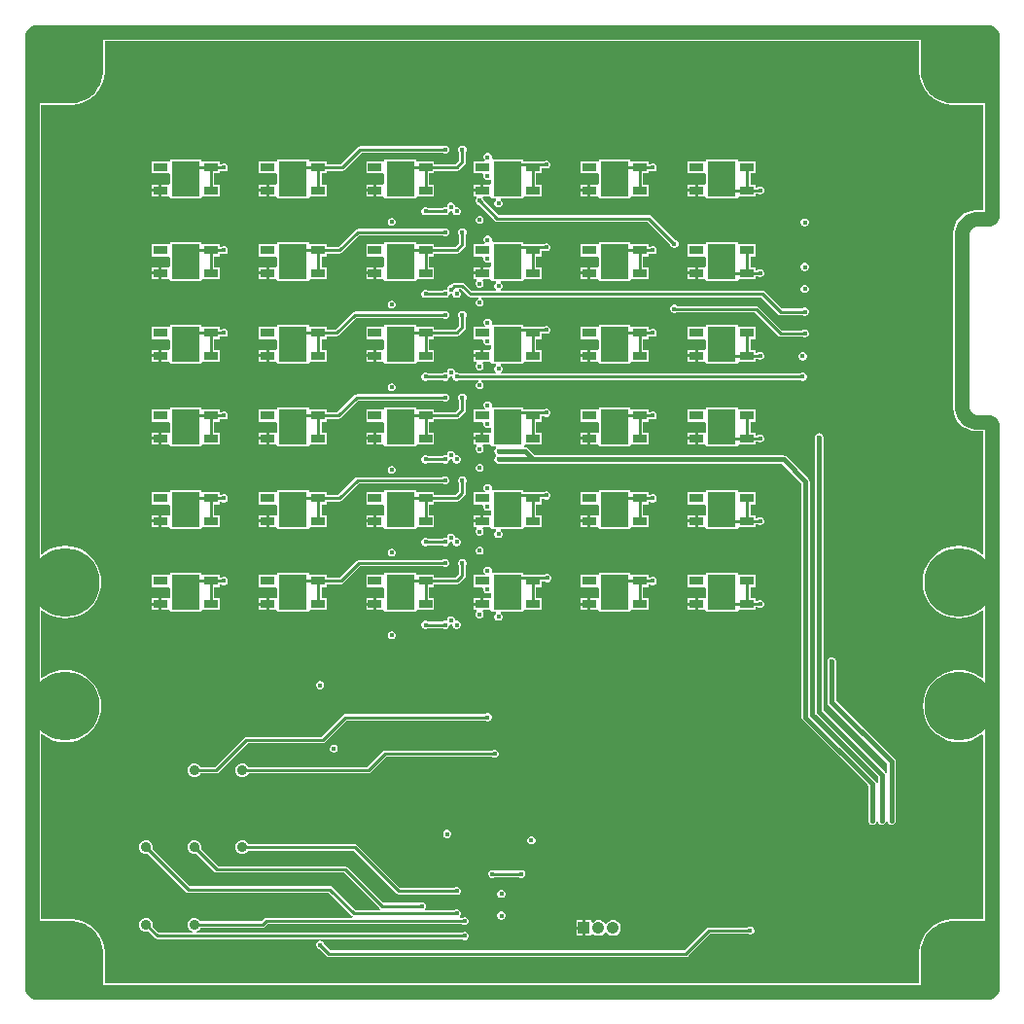
<source format=gbr>
G04*
G04 #@! TF.GenerationSoftware,Altium Limited,Altium Designer,24.1.2 (44)*
G04*
G04 Layer_Physical_Order=4*
G04 Layer_Color=16711680*
%FSLAX44Y44*%
%MOMM*%
G71*
G04*
G04 #@! TF.SameCoordinates,B2B3494C-DAF2-46AE-B00F-8016F5E32D17*
G04*
G04*
G04 #@! TF.FilePolarity,Positive*
G04*
G01*
G75*
%ADD20C,0.2540*%
%ADD41C,1.2700*%
%ADD65C,0.4000*%
%ADD66C,6.0000*%
%ADD67C,0.8000*%
%ADD68R,1.0500X1.0500*%
%ADD69C,1.0500*%
%ADD70C,0.5000*%
%ADD71C,0.4000*%
%ADD72C,0.9000*%
%ADD73R,1.1938X0.7620*%
%ADD74R,2.4892X3.0988*%
G36*
X843526Y781000D02*
X809293D01*
Y781000D01*
X807438Y781000D01*
X803761Y781484D01*
X800179Y782444D01*
X796752Y783863D01*
X793540Y785718D01*
X790598Y787975D01*
X787975Y790598D01*
X785718Y793540D01*
X783863Y796752D01*
X782444Y800179D01*
X781484Y803761D01*
X781000Y807438D01*
X781000Y809293D01*
X781000Y843526D01*
X843526D01*
Y781000D01*
D02*
G37*
G36*
X69000Y809293D02*
X69000D01*
X69000Y807438D01*
X68516Y803761D01*
X67556Y800179D01*
X66137Y796752D01*
X64282Y793540D01*
X62024Y790598D01*
X59402Y787975D01*
X56460Y785718D01*
X53248Y783863D01*
X49821Y782444D01*
X46239Y781484D01*
X42562Y781000D01*
X40707Y781000D01*
X6474Y781000D01*
Y843526D01*
X69000D01*
Y809293D01*
D02*
G37*
G36*
X779376D02*
X779376Y807438D01*
X779419Y807335D01*
X779390Y807226D01*
X779874Y803549D01*
X779930Y803452D01*
X779916Y803341D01*
X780876Y799759D01*
X780944Y799669D01*
Y799557D01*
X782363Y796131D01*
X782443Y796052D01*
X782457Y795940D01*
X784312Y792729D01*
X784401Y792660D01*
X784430Y792552D01*
X786687Y789610D01*
X786785Y789554D01*
X786827Y789450D01*
X789450Y786827D01*
X789554Y786785D01*
X789610Y786687D01*
X792552Y784430D01*
X792660Y784400D01*
X792729Y784312D01*
X795940Y782457D01*
X796052Y782443D01*
X796131Y782363D01*
X799557Y780944D01*
X799669D01*
X799759Y780876D01*
X803341Y779916D01*
X803452Y779930D01*
X803549Y779874D01*
X807226Y779390D01*
X807335Y779419D01*
X807438Y779376D01*
X809293Y779376D01*
X809293Y779376D01*
X835232D01*
Y687825D01*
X828860D01*
X828860Y687853D01*
X824998Y687472D01*
X821285Y686346D01*
X817862Y684517D01*
X814863Y682055D01*
X812401Y679055D01*
X810572Y675633D01*
X809445Y671919D01*
X809065Y668057D01*
X809092D01*
Y515497D01*
X809065D01*
X809445Y511635D01*
X810572Y507922D01*
X812401Y504499D01*
X814863Y501500D01*
X817862Y499038D01*
X821285Y497209D01*
X824998Y496082D01*
X828860Y495702D01*
X828860Y495729D01*
X835232D01*
Y388808D01*
X834079Y388276D01*
X832572Y389563D01*
X828345Y392154D01*
X823764Y394051D01*
X818943Y395208D01*
X814000Y395597D01*
X809057Y395208D01*
X804236Y394051D01*
X799655Y392154D01*
X795427Y389563D01*
X791657Y386343D01*
X788437Y382573D01*
X785846Y378345D01*
X783949Y373764D01*
X782792Y368943D01*
X782403Y364000D01*
X782792Y359057D01*
X783949Y354236D01*
X785846Y349655D01*
X788437Y345428D01*
X791657Y341657D01*
X795427Y338437D01*
X799655Y335846D01*
X804236Y333949D01*
X809057Y332792D01*
X814000Y332403D01*
X818943Y332792D01*
X823764Y333949D01*
X828345Y335846D01*
X832572Y338437D01*
X834079Y339724D01*
X835232Y339192D01*
Y281215D01*
X834079Y280683D01*
X833049Y281563D01*
X828822Y284153D01*
X824241Y286051D01*
X819420Y287208D01*
X814477Y287597D01*
X809534Y287208D01*
X804713Y286051D01*
X800132Y284153D01*
X795904Y281563D01*
X792134Y278343D01*
X788914Y274573D01*
X786323Y270345D01*
X784426Y265764D01*
X783269Y260943D01*
X782879Y256000D01*
X783269Y251057D01*
X784426Y246236D01*
X786323Y241655D01*
X788914Y237428D01*
X792134Y233657D01*
X795904Y230437D01*
X800132Y227847D01*
X804713Y225949D01*
X809534Y224792D01*
X814477Y224403D01*
X819420Y224792D01*
X824241Y225949D01*
X828822Y227847D01*
X833049Y230437D01*
X834079Y231317D01*
X835232Y230785D01*
Y70624D01*
X809293Y70624D01*
X807438Y70624D01*
X807335Y70581D01*
X807226Y70610D01*
X803549Y70126D01*
X803452Y70069D01*
X803341Y70084D01*
X799759Y69124D01*
X799669Y69056D01*
X799557D01*
X796131Y67637D01*
X796052Y67557D01*
X795940Y67543D01*
X792729Y65688D01*
X792660Y65599D01*
X792552Y65570D01*
X789610Y63313D01*
X789554Y63215D01*
X789450Y63173D01*
X786827Y60550D01*
X786785Y60447D01*
X786687Y60390D01*
X784430Y57448D01*
X784400Y57340D01*
X784312Y57271D01*
X782457Y54060D01*
X782443Y53948D01*
X782363Y53869D01*
X780944Y50443D01*
Y50331D01*
X780876Y50241D01*
X779916Y46659D01*
X779930Y46548D01*
X779874Y46451D01*
X779390Y42774D01*
X779419Y42665D01*
X779376Y42562D01*
X779376Y40707D01*
X779376Y40707D01*
Y14768D01*
X70624D01*
Y40707D01*
X70624Y40708D01*
X70624Y42562D01*
X70581Y42665D01*
X70610Y42774D01*
X70126Y46451D01*
X70069Y46548D01*
X70084Y46659D01*
X69124Y50241D01*
X69056Y50331D01*
Y50443D01*
X67637Y53869D01*
X67557Y53948D01*
X67543Y54060D01*
X65688Y57271D01*
X65599Y57340D01*
X65570Y57448D01*
X63313Y60390D01*
X63215Y60447D01*
X63173Y60550D01*
X60550Y63173D01*
X60447Y63215D01*
X60390Y63313D01*
X57448Y65570D01*
X57340Y65599D01*
X57271Y65688D01*
X54060Y67543D01*
X53948Y67557D01*
X53869Y67637D01*
X50443Y69056D01*
X50331D01*
X50241Y69124D01*
X46659Y70084D01*
X46548Y70069D01*
X46451Y70126D01*
X42774Y70610D01*
X42665Y70581D01*
X42562Y70624D01*
X40707Y70624D01*
X14768Y70624D01*
Y231192D01*
X15921Y231724D01*
X17428Y230437D01*
X21655Y227847D01*
X26236Y225949D01*
X31057Y224792D01*
X36000Y224403D01*
X40943Y224792D01*
X45764Y225949D01*
X50345Y227847D01*
X54573Y230437D01*
X58343Y233657D01*
X61563Y237428D01*
X64153Y241655D01*
X66051Y246236D01*
X67208Y251057D01*
X67597Y256000D01*
X67208Y260943D01*
X66051Y265764D01*
X64153Y270345D01*
X61563Y274573D01*
X58343Y278343D01*
X54573Y281563D01*
X50345Y284153D01*
X45764Y286051D01*
X40943Y287208D01*
X36000Y287597D01*
X31057Y287208D01*
X26236Y286051D01*
X21655Y284153D01*
X17428Y281563D01*
X15921Y280276D01*
X14768Y280808D01*
Y339192D01*
X15921Y339724D01*
X17428Y338437D01*
X21655Y335846D01*
X26236Y333949D01*
X31057Y332792D01*
X36000Y332403D01*
X40943Y332792D01*
X45764Y333949D01*
X50345Y335846D01*
X54573Y338437D01*
X58343Y341657D01*
X61563Y345428D01*
X64153Y349655D01*
X66051Y354236D01*
X67208Y359057D01*
X67597Y364000D01*
X67208Y368943D01*
X66051Y373764D01*
X64153Y378345D01*
X61563Y382573D01*
X58343Y386343D01*
X54573Y389563D01*
X50345Y392154D01*
X45764Y394051D01*
X40943Y395208D01*
X36000Y395597D01*
X31057Y395208D01*
X26236Y394051D01*
X21655Y392154D01*
X17428Y389563D01*
X15921Y388276D01*
X14768Y388808D01*
Y779376D01*
X40707Y779376D01*
X42562Y779376D01*
X42665Y779419D01*
X42774Y779390D01*
X46451Y779874D01*
X46548Y779930D01*
X46659Y779916D01*
X50241Y780876D01*
X50331Y780944D01*
X50443D01*
X53869Y782363D01*
X53948Y782443D01*
X54060Y782457D01*
X57271Y784312D01*
X57340Y784401D01*
X57448Y784430D01*
X60390Y786687D01*
X60447Y786785D01*
X60550Y786827D01*
X63173Y789450D01*
X63215Y789554D01*
X63313Y789610D01*
X65570Y792552D01*
X65599Y792660D01*
X65688Y792729D01*
X67543Y795940D01*
X67557Y796052D01*
X67637Y796131D01*
X69056Y799557D01*
Y799669D01*
X69124Y799759D01*
X70084Y803341D01*
X70069Y803452D01*
X70126Y803549D01*
X70610Y807226D01*
X70581Y807335D01*
X70624Y807438D01*
X70624Y809292D01*
X70624Y809293D01*
Y835232D01*
X779376D01*
X779376Y809293D01*
D02*
G37*
G36*
X843526Y6474D02*
X781000D01*
Y40707D01*
X781000Y40707D01*
X781000Y40707D01*
X781000Y42562D01*
X781484Y46239D01*
X782444Y49821D01*
X783863Y53248D01*
X785718Y56460D01*
X787975Y59402D01*
X790598Y62024D01*
X793540Y64282D01*
X796752Y66137D01*
X800179Y67556D01*
X803761Y68516D01*
X807438Y69000D01*
X809293Y69000D01*
X843526Y69000D01*
Y6474D01*
D02*
G37*
G36*
X40707Y69000D02*
X42562Y69000D01*
X46239Y68516D01*
X49821Y67556D01*
X53248Y66137D01*
X56460Y64282D01*
X59402Y62024D01*
X62024Y59402D01*
X64282Y56460D01*
X66137Y53248D01*
X67556Y49821D01*
X68516Y46239D01*
X69000Y42562D01*
X69000Y40707D01*
X69000D01*
X69000Y40707D01*
Y6474D01*
X6474D01*
Y69000D01*
X40707Y69000D01*
D02*
G37*
%LPC*%
G36*
X823842Y840620D02*
X821845Y840620D01*
X822542Y838937D01*
X820195Y837965D01*
X819498Y839648D01*
X818085Y838235D01*
X817248Y836214D01*
X817248Y834216D01*
X818931Y834913D01*
X819903Y832567D01*
X818220Y831870D01*
X819633Y830457D01*
X821654Y829620D01*
X823652Y829620D01*
X822955Y831302D01*
X825301Y832274D01*
X825998Y830592D01*
X827411Y832004D01*
X828248Y834026D01*
X828248Y836023D01*
X826566Y835327D01*
X825594Y837673D01*
X827276Y838370D01*
X825864Y839782D01*
X823842Y840620D01*
D02*
G37*
G36*
X804158Y840620D02*
X802136Y839783D01*
X800724Y838370D01*
X802406Y837673D01*
X801434Y835327D01*
X799752Y836023D01*
X799752Y834026D01*
X800589Y832004D01*
X802002Y830592D01*
X802699Y832274D01*
X805045Y831302D01*
X804348Y829620D01*
X806346Y829620D01*
X808367Y830457D01*
X809780Y831870D01*
X808097Y832567D01*
X809069Y834913D01*
X810752Y834216D01*
X810752Y836214D01*
X809914Y838235D01*
X808502Y839648D01*
X807805Y837965D01*
X805459Y838937D01*
X806155Y840620D01*
X804158Y840620D01*
D02*
G37*
G36*
X793974Y828248D02*
X791977Y828248D01*
X792673Y826566D01*
X790327Y825594D01*
X789630Y827276D01*
X788217Y825864D01*
X787380Y823842D01*
X787380Y821845D01*
X789063Y822542D01*
X790035Y820195D01*
X788352Y819498D01*
X789765Y818085D01*
X791786Y817248D01*
X793784Y817248D01*
X793087Y818931D01*
X795433Y819903D01*
X796130Y818220D01*
X797543Y819633D01*
X798380Y821654D01*
X798380Y823652D01*
X796698Y822955D01*
X795726Y825301D01*
X797408Y825998D01*
X795996Y827411D01*
X793974Y828248D01*
D02*
G37*
G36*
X834026D02*
X832004Y827411D01*
X830592Y825998D01*
X832274Y825301D01*
X831302Y822955D01*
X829620Y823652D01*
X829620Y821654D01*
X830457Y819633D01*
X831870Y818220D01*
X832567Y819903D01*
X834913Y818931D01*
X834216Y817248D01*
X836214Y817248D01*
X838235Y818085D01*
X839648Y819498D01*
X837965Y820195D01*
X838937Y822542D01*
X840620Y821845D01*
X840620Y823842D01*
X839783Y825864D01*
X838370Y827276D01*
X837673Y825594D01*
X835327Y826566D01*
X836023Y828248D01*
X834026Y828248D01*
D02*
G37*
G36*
X836214Y810752D02*
X834216Y810752D01*
X834913Y809069D01*
X832567Y808097D01*
X831870Y809780D01*
X830457Y808367D01*
X829620Y806346D01*
X829620Y804348D01*
X831302Y805045D01*
X832274Y802699D01*
X830592Y802002D01*
X832004Y800589D01*
X834026Y799752D01*
X836023Y799752D01*
X835327Y801434D01*
X837673Y802406D01*
X838370Y800724D01*
X839782Y802136D01*
X840620Y804158D01*
X840620Y806155D01*
X838937Y805459D01*
X837965Y807805D01*
X839648Y808502D01*
X838235Y809914D01*
X836214Y810752D01*
D02*
G37*
G36*
X791786D02*
X789765Y809914D01*
X788352Y808502D01*
X790035Y807805D01*
X789063Y805459D01*
X787380Y806155D01*
X787380Y804158D01*
X788217Y802136D01*
X789630Y800724D01*
X790327Y802406D01*
X792673Y801434D01*
X791977Y799752D01*
X793974Y799752D01*
X795996Y800589D01*
X797408Y802002D01*
X795726Y802699D01*
X796698Y805045D01*
X798380Y804348D01*
X798380Y806346D01*
X797543Y808367D01*
X796130Y809780D01*
X795433Y808097D01*
X793087Y809069D01*
X793784Y810752D01*
X791786Y810752D01*
D02*
G37*
G36*
X806346Y798380D02*
X804348Y798380D01*
X805045Y796698D01*
X802699Y795726D01*
X802002Y797408D01*
X800589Y795996D01*
X799752Y793974D01*
X799752Y791977D01*
X801434Y792673D01*
X802406Y790327D01*
X800724Y789630D01*
X802136Y788217D01*
X804158Y787380D01*
X806155Y787380D01*
X805459Y789063D01*
X807805Y790035D01*
X808502Y788352D01*
X809914Y789765D01*
X810752Y791786D01*
X810752Y793784D01*
X809069Y793087D01*
X808097Y795433D01*
X809780Y796130D01*
X808367Y797543D01*
X806346Y798380D01*
D02*
G37*
G36*
X821654Y798380D02*
X819633Y797543D01*
X818220Y796130D01*
X819903Y795433D01*
X818931Y793087D01*
X817248Y793784D01*
X817248Y791786D01*
X818085Y789765D01*
X819498Y788352D01*
X820195Y790035D01*
X822542Y789063D01*
X821845Y787380D01*
X823842Y787380D01*
X825864Y788217D01*
X827276Y789630D01*
X825594Y790327D01*
X826566Y792673D01*
X828248Y791977D01*
X828248Y793974D01*
X827411Y795996D01*
X825998Y797408D01*
X825301Y795726D01*
X822955Y796698D01*
X823652Y798380D01*
X821654Y798380D01*
D02*
G37*
G36*
X45842Y840620D02*
X43845Y840620D01*
X44542Y838937D01*
X42195Y837965D01*
X41498Y839648D01*
X40086Y838235D01*
X39248Y836214D01*
X39248Y834216D01*
X40931Y834913D01*
X41903Y832567D01*
X40220Y831870D01*
X41633Y830457D01*
X43654Y829620D01*
X45652Y829620D01*
X44955Y831302D01*
X47301Y832274D01*
X47998Y830592D01*
X49411Y832004D01*
X50248Y834026D01*
X50248Y836023D01*
X48566Y835327D01*
X47594Y837673D01*
X49276Y838370D01*
X47864Y839782D01*
X45842Y840620D01*
D02*
G37*
G36*
X26158Y840620D02*
X24136Y839783D01*
X22724Y838370D01*
X24406Y837673D01*
X23434Y835327D01*
X21752Y836023D01*
X21752Y834026D01*
X22589Y832004D01*
X24002Y830592D01*
X24699Y832274D01*
X27045Y831302D01*
X26348Y829620D01*
X28346Y829620D01*
X30367Y830457D01*
X31780Y831870D01*
X30097Y832567D01*
X31069Y834913D01*
X32752Y834216D01*
X32752Y836214D01*
X31915Y838235D01*
X30502Y839648D01*
X29805Y837965D01*
X27459Y838937D01*
X28155Y840620D01*
X26158Y840620D01*
D02*
G37*
G36*
X15974Y828248D02*
X13977Y828248D01*
X14674Y826566D01*
X12327Y825594D01*
X11630Y827276D01*
X10217Y825864D01*
X9380Y823842D01*
X9380Y821845D01*
X11063Y822542D01*
X12035Y820195D01*
X10352Y819498D01*
X11765Y818085D01*
X13786Y817248D01*
X15784Y817248D01*
X15087Y818931D01*
X17433Y819903D01*
X18130Y818220D01*
X19543Y819633D01*
X20380Y821654D01*
X20380Y823652D01*
X18698Y822955D01*
X17726Y825301D01*
X19408Y825998D01*
X17996Y827411D01*
X15974Y828248D01*
D02*
G37*
G36*
X56026D02*
X54004Y827411D01*
X52592Y825998D01*
X54274Y825301D01*
X53302Y822955D01*
X51620Y823652D01*
X51620Y821654D01*
X52457Y819633D01*
X53870Y818220D01*
X54567Y819903D01*
X56913Y818931D01*
X56216Y817248D01*
X58214Y817248D01*
X60235Y818085D01*
X61648Y819498D01*
X59965Y820195D01*
X60937Y822542D01*
X62620Y821845D01*
X62620Y823842D01*
X61783Y825864D01*
X60370Y827276D01*
X59673Y825594D01*
X57326Y826566D01*
X58023Y828248D01*
X56026Y828248D01*
D02*
G37*
G36*
X58214Y810752D02*
X56216Y810752D01*
X56913Y809069D01*
X54567Y808097D01*
X53870Y809780D01*
X52457Y808367D01*
X51620Y806346D01*
X51620Y804348D01*
X53302Y805045D01*
X54274Y802699D01*
X52592Y802002D01*
X54004Y800589D01*
X56026Y799752D01*
X58023Y799752D01*
X57326Y801434D01*
X59673Y802406D01*
X60370Y800724D01*
X61783Y802136D01*
X62620Y804158D01*
X62620Y806155D01*
X60937Y805459D01*
X59965Y807805D01*
X61648Y808502D01*
X60235Y809914D01*
X58214Y810752D01*
D02*
G37*
G36*
X13786D02*
X11765Y809914D01*
X10352Y808502D01*
X12035Y807805D01*
X11063Y805459D01*
X9380Y806155D01*
X9380Y804158D01*
X10217Y802136D01*
X11630Y800724D01*
X12327Y802406D01*
X14674Y801434D01*
X13977Y799752D01*
X15974Y799752D01*
X17996Y800589D01*
X19408Y802002D01*
X17726Y802699D01*
X18698Y805045D01*
X20380Y804348D01*
X20380Y806346D01*
X19543Y808367D01*
X18130Y809780D01*
X17433Y808097D01*
X15087Y809069D01*
X15784Y810752D01*
X13786Y810752D01*
D02*
G37*
G36*
X28346Y798380D02*
X26348Y798380D01*
X27045Y796698D01*
X24699Y795726D01*
X24002Y797408D01*
X22589Y795996D01*
X21752Y793974D01*
X21752Y791977D01*
X23434Y792673D01*
X24406Y790327D01*
X22724Y789630D01*
X24136Y788217D01*
X26158Y787380D01*
X28155Y787380D01*
X27459Y789063D01*
X29805Y790035D01*
X30502Y788352D01*
X31915Y789765D01*
X32752Y791786D01*
X32752Y793784D01*
X31069Y793087D01*
X30097Y795433D01*
X31780Y796130D01*
X30367Y797543D01*
X28346Y798380D01*
D02*
G37*
G36*
X43654Y798380D02*
X41633Y797543D01*
X40220Y796130D01*
X41903Y795433D01*
X40931Y793087D01*
X39248Y793784D01*
X39248Y791786D01*
X40086Y789765D01*
X41498Y788352D01*
X42195Y790035D01*
X44542Y789063D01*
X43845Y787380D01*
X45842Y787380D01*
X47864Y788217D01*
X49276Y789630D01*
X47594Y790327D01*
X48566Y792673D01*
X50248Y791977D01*
X50248Y793974D01*
X49411Y795996D01*
X47998Y797408D01*
X47301Y795726D01*
X44955Y796698D01*
X45652Y798380D01*
X43654Y798380D01*
D02*
G37*
G36*
X367546Y744184D02*
X366154D01*
X364867Y743651D01*
X364725Y743508D01*
X292940D01*
X292940Y743508D01*
X291859Y743293D01*
X290943Y742681D01*
X290943Y742681D01*
X276086Y727824D01*
X263907D01*
Y730310D01*
X248969D01*
X248286Y731297D01*
Y731994D01*
X220394D01*
Y731297D01*
X219711Y730310D01*
X219124Y730310D01*
X204773D01*
Y719690D01*
X219124D01*
X219711Y719690D01*
X220394Y718703D01*
Y711297D01*
X219711Y710310D01*
X219124Y710310D01*
X213512D01*
Y708622D01*
X210972D01*
Y710310D01*
X204773D01*
Y706270D01*
X206461D01*
Y703730D01*
X204773D01*
Y699690D01*
X210972D01*
Y701377D01*
X213512D01*
Y699690D01*
X219124D01*
X219711Y699690D01*
X220394Y698703D01*
Y698006D01*
X248286D01*
Y698703D01*
X248969Y699690D01*
X263907D01*
Y710310D01*
X259262D01*
Y719690D01*
X263907D01*
Y722176D01*
X277256D01*
X277256Y722176D01*
X278337Y722391D01*
X279253Y723003D01*
X294110Y737860D01*
X364725D01*
X364867Y737717D01*
X366154Y737184D01*
X367546D01*
X368833Y737717D01*
X369817Y738701D01*
X370350Y739988D01*
Y741380D01*
X369817Y742667D01*
X368833Y743651D01*
X367546Y744184D01*
D02*
G37*
G36*
X382546D02*
X381154D01*
X379868Y743651D01*
X378883Y742667D01*
X378350Y741380D01*
Y739988D01*
X378883Y738701D01*
X379026Y738559D01*
Y731117D01*
X375733Y727824D01*
X357247D01*
Y730310D01*
X342309D01*
X341626Y731297D01*
Y731994D01*
X313734D01*
Y731297D01*
X313051Y730310D01*
X312464Y730310D01*
X298113D01*
Y719690D01*
X312464D01*
X313051Y719690D01*
X313734Y718703D01*
Y711297D01*
X313051Y710310D01*
X312464Y710310D01*
X306852D01*
Y708622D01*
X304312D01*
Y710310D01*
X298113D01*
Y706270D01*
X299801D01*
Y703730D01*
X298113D01*
Y699690D01*
X304312D01*
Y701377D01*
X306852D01*
Y699690D01*
X312464D01*
X313051Y699690D01*
X313734Y698703D01*
Y698006D01*
X341626D01*
Y698703D01*
X342309Y699690D01*
X357247D01*
Y710310D01*
X352602D01*
Y719690D01*
X357247D01*
Y722176D01*
X376903D01*
X376903Y722176D01*
X377984Y722391D01*
X378900Y723003D01*
X383847Y727950D01*
X384459Y728866D01*
X384674Y729947D01*
X384674Y729947D01*
Y738559D01*
X384817Y738701D01*
X385350Y739988D01*
Y741380D01*
X384817Y742667D01*
X383833Y743651D01*
X382546Y744184D01*
D02*
G37*
G36*
X404556Y737524D02*
X403164D01*
X401877Y736991D01*
X400893Y736007D01*
X400360Y734720D01*
Y733328D01*
X400893Y732041D01*
X401354Y731580D01*
X400828Y730310D01*
X391453D01*
Y719690D01*
X399583D01*
X400432Y718420D01*
X400360Y718246D01*
Y716854D01*
X400893Y715567D01*
X401877Y714583D01*
X403164Y714050D01*
X404556D01*
X405843Y714583D01*
X407074Y714018D01*
Y711297D01*
X406391Y710310D01*
X405804Y710310D01*
X400192D01*
Y708622D01*
X397652D01*
Y710310D01*
X391453D01*
Y706270D01*
X393141D01*
Y703730D01*
X391453D01*
Y699690D01*
X393884D01*
X394410Y698420D01*
X393949Y697959D01*
X393416Y696672D01*
Y695280D01*
X393949Y693993D01*
X394933Y693009D01*
X396220Y692476D01*
X396422D01*
X410175Y678723D01*
X410175Y678723D01*
X411091Y678111D01*
X412172Y677896D01*
X543024D01*
X562920Y658000D01*
Y657798D01*
X563453Y656511D01*
X564437Y655527D01*
X565724Y654994D01*
X567116D01*
X568403Y655527D01*
X569387Y656511D01*
X569920Y657798D01*
Y659190D01*
X569387Y660477D01*
X568403Y661461D01*
X567116Y661994D01*
X566914D01*
X546191Y682717D01*
X545275Y683329D01*
X544194Y683544D01*
X544194Y683544D01*
X413342D01*
X400416Y696470D01*
Y696672D01*
X399883Y697959D01*
X399422Y698420D01*
X399948Y699690D01*
X405804D01*
X406391Y699690D01*
X407074Y698703D01*
Y698006D01*
X410963D01*
X411239Y696839D01*
X411241Y696736D01*
X410275Y695770D01*
X409742Y694483D01*
Y693091D01*
X410275Y691804D01*
X411259Y690820D01*
X412545Y690287D01*
X413938D01*
X415224Y690820D01*
X416209Y691804D01*
X416742Y693091D01*
Y694483D01*
X416209Y695770D01*
X415242Y696736D01*
X415244Y696839D01*
X415521Y698006D01*
X434966D01*
Y698703D01*
X435649Y699690D01*
X450587D01*
Y710310D01*
X445942D01*
Y719690D01*
X450587D01*
Y724676D01*
X452874D01*
X453016Y724533D01*
X454303Y724000D01*
X455695D01*
X456982Y724533D01*
X457966Y725517D01*
X458499Y726804D01*
Y728196D01*
X457966Y729483D01*
X456982Y730467D01*
X455695Y731000D01*
X454303D01*
X453016Y730467D01*
X452874Y730324D01*
X445618D01*
X445618Y730324D01*
X445618Y730324D01*
X434966D01*
Y731994D01*
X408182D01*
X407333Y733264D01*
X407360Y733328D01*
Y734720D01*
X406827Y736007D01*
X405843Y736991D01*
X404556Y737524D01*
D02*
G37*
G36*
X528306Y731994D02*
X500414D01*
Y731297D01*
X499731Y730310D01*
X499144Y730310D01*
X484793D01*
Y719690D01*
X499144D01*
X499731Y719690D01*
X500414Y718703D01*
Y711297D01*
X499731Y710310D01*
X499144Y710310D01*
X493532D01*
Y708622D01*
X490992D01*
Y710310D01*
X484793D01*
Y706270D01*
X486481D01*
Y703730D01*
X484793D01*
Y699690D01*
X490992D01*
Y701377D01*
X493532D01*
Y699690D01*
X499144D01*
X499731Y699690D01*
X500414Y698703D01*
Y698006D01*
X528306D01*
Y698703D01*
X528989Y699690D01*
X543927D01*
Y710310D01*
X539282D01*
Y719690D01*
X543927D01*
Y722176D01*
X545499D01*
X545641Y722033D01*
X546928Y721500D01*
X548320D01*
X549607Y722033D01*
X550591Y723017D01*
X551124Y724304D01*
Y725696D01*
X550591Y726982D01*
X549607Y727967D01*
X548320Y728500D01*
X546928D01*
X545641Y727967D01*
X545499Y727824D01*
X543927D01*
Y730310D01*
X528989D01*
X528306Y731297D01*
Y731994D01*
D02*
G37*
G36*
X154946D02*
X127054D01*
Y731297D01*
X126371Y730310D01*
X125784Y730310D01*
X111433D01*
Y719690D01*
X125784D01*
X126371Y719690D01*
X127054Y718703D01*
Y711297D01*
X126371Y710310D01*
X125784Y710310D01*
X120172D01*
Y708622D01*
X117632D01*
Y710310D01*
X111433D01*
Y706270D01*
X113121D01*
Y703730D01*
X111433D01*
Y699690D01*
X117632D01*
Y701377D01*
X120172D01*
Y699690D01*
X125784D01*
X126371Y699690D01*
X127054Y698703D01*
Y698006D01*
X154946D01*
Y698703D01*
X155629Y699690D01*
X170567D01*
Y710310D01*
X165922D01*
Y719690D01*
X170567D01*
Y722176D01*
X172139D01*
X172281Y722033D01*
X173568Y721500D01*
X174960D01*
X176247Y722033D01*
X177231Y723017D01*
X177764Y724304D01*
Y725696D01*
X177231Y726982D01*
X176247Y727967D01*
X174960Y728500D01*
X173568D01*
X172281Y727967D01*
X172139Y727824D01*
X170567D01*
Y730310D01*
X155629D01*
X154946Y731297D01*
Y731994D01*
D02*
G37*
G36*
X621646D02*
X593754D01*
Y731297D01*
X593071Y730310D01*
X592484Y730310D01*
X578133D01*
Y719690D01*
X592484D01*
X593071Y719690D01*
X593754Y718703D01*
Y711297D01*
X593071Y710310D01*
X592484Y710310D01*
X586872D01*
Y708622D01*
X584332D01*
Y710310D01*
X578133D01*
Y706270D01*
X579821D01*
Y703730D01*
X578133D01*
Y699690D01*
X584332D01*
Y701377D01*
X586872D01*
Y699690D01*
X592484D01*
X593071Y699690D01*
X593754Y698703D01*
Y698006D01*
X621646D01*
Y698703D01*
X622329Y699690D01*
X637267D01*
Y702176D01*
X638839D01*
X638981Y702033D01*
X640268Y701500D01*
X641660D01*
X642947Y702033D01*
X643931Y703017D01*
X644464Y704304D01*
Y705696D01*
X643931Y706982D01*
X642947Y707967D01*
X641660Y708500D01*
X640268D01*
X638981Y707967D01*
X638839Y707824D01*
X637267D01*
Y710310D01*
X632622D01*
Y719690D01*
X637267D01*
Y730310D01*
X622329D01*
X621646Y731297D01*
Y731994D01*
D02*
G37*
G36*
X372546Y694314D02*
X371154D01*
X369868Y693781D01*
X368883Y692797D01*
X368350Y691510D01*
Y691358D01*
X367546Y690316D01*
X366154D01*
X364867Y689783D01*
X364725Y689640D01*
X351902D01*
X351761Y689781D01*
X350474Y690314D01*
X349082D01*
X347795Y689781D01*
X346811Y688797D01*
X346278Y687511D01*
Y686118D01*
X346811Y684832D01*
X347795Y683847D01*
X349082Y683314D01*
X350474D01*
X351761Y683847D01*
X351905Y683992D01*
X364725D01*
X364867Y683849D01*
X366154Y683316D01*
X367546D01*
X368833Y683849D01*
X369817Y684833D01*
X370350Y686120D01*
Y686273D01*
X371154Y687314D01*
X372546D01*
X373350Y686273D01*
Y686118D01*
X373883Y684832D01*
X374867Y683847D01*
X376154Y683314D01*
X377546D01*
X378833Y683847D01*
X379817Y684832D01*
X380350Y686118D01*
Y687511D01*
X379817Y688797D01*
X378833Y689781D01*
X377546Y690314D01*
X376154D01*
X375350Y691356D01*
Y691510D01*
X374817Y692797D01*
X373833Y693781D01*
X372546Y694314D01*
D02*
G37*
G36*
X397612Y682950D02*
X396220D01*
X394933Y682417D01*
X393949Y681433D01*
X393416Y680146D01*
Y678754D01*
X393949Y677467D01*
X394933Y676483D01*
X396220Y675950D01*
X397612D01*
X398899Y676483D01*
X399883Y677467D01*
X400416Y678754D01*
Y680146D01*
X399883Y681433D01*
X398899Y682417D01*
X397612Y682950D01*
D02*
G37*
G36*
X321155Y681252D02*
X319762D01*
X318476Y680719D01*
X317491Y679734D01*
X316959Y678448D01*
Y677055D01*
X317491Y675769D01*
X318476Y674784D01*
X319762Y674252D01*
X321155D01*
X322441Y674784D01*
X323426Y675769D01*
X323959Y677055D01*
Y678448D01*
X323426Y679734D01*
X322441Y680719D01*
X321155Y681252D01*
D02*
G37*
G36*
X680680Y680711D02*
X679288D01*
X678001Y680179D01*
X677017Y679194D01*
X676484Y677908D01*
Y676515D01*
X677017Y675229D01*
X678001Y674244D01*
X679288Y673711D01*
X680680D01*
X681967Y674244D01*
X682951Y675229D01*
X683484Y676515D01*
Y677908D01*
X682951Y679194D01*
X681967Y680179D01*
X680680Y680711D01*
D02*
G37*
G36*
X367546Y672184D02*
X366154D01*
X364867Y671651D01*
X364725Y671508D01*
X290739D01*
X290739Y671508D01*
X289658Y671293D01*
X288742Y670681D01*
X288742Y670681D01*
X273885Y655824D01*
X263907D01*
Y658310D01*
X248969D01*
X248286Y659297D01*
Y659994D01*
X220394D01*
Y659297D01*
X219711Y658310D01*
X219124Y658310D01*
X204773D01*
Y647690D01*
X219124D01*
X219711Y647690D01*
X220394Y646703D01*
Y639297D01*
X219711Y638310D01*
X219124Y638310D01*
X213512D01*
Y636622D01*
X210972D01*
Y638310D01*
X204773D01*
Y634270D01*
X206461D01*
Y631730D01*
X204773D01*
Y627690D01*
X210972D01*
Y629378D01*
X213512D01*
Y627690D01*
X219124D01*
X219711Y627690D01*
X220394Y626703D01*
Y626006D01*
X248286D01*
Y626703D01*
X248969Y627690D01*
X263907D01*
Y638310D01*
X259262D01*
Y647690D01*
X263907D01*
Y650176D01*
X275055D01*
X275055Y650176D01*
X276136Y650391D01*
X277052Y651003D01*
X291909Y665860D01*
X364725D01*
X364867Y665717D01*
X366154Y665184D01*
X367546D01*
X368833Y665717D01*
X369817Y666701D01*
X370350Y667988D01*
Y669380D01*
X369817Y670667D01*
X368833Y671651D01*
X367546Y672184D01*
D02*
G37*
G36*
X382546D02*
X381154D01*
X379868Y671651D01*
X378883Y670667D01*
X378350Y669380D01*
Y667988D01*
X378883Y666701D01*
X379026Y666559D01*
Y659117D01*
X375733Y655824D01*
X357247D01*
Y658310D01*
X342309D01*
X341626Y659297D01*
Y659994D01*
X313734D01*
Y659297D01*
X313051Y658310D01*
X312464Y658310D01*
X298113D01*
Y647690D01*
X312464D01*
X313051Y647690D01*
X313734Y646703D01*
Y639297D01*
X313051Y638310D01*
X312464Y638310D01*
X306852D01*
Y636622D01*
X304312D01*
Y638310D01*
X298113D01*
Y634270D01*
X299801D01*
Y631730D01*
X298113D01*
Y627690D01*
X304312D01*
Y629378D01*
X306852D01*
Y627690D01*
X312464D01*
X313051Y627690D01*
X313734Y626703D01*
Y626006D01*
X341626D01*
Y626703D01*
X342309Y627690D01*
X357247D01*
Y638310D01*
X352602D01*
Y647690D01*
X357247D01*
Y650176D01*
X376903D01*
X376903Y650176D01*
X377984Y650391D01*
X378900Y651003D01*
X383847Y655950D01*
X384459Y656867D01*
X384674Y657947D01*
X384674Y657947D01*
Y666559D01*
X384817Y666701D01*
X385350Y667988D01*
Y669380D01*
X384817Y670667D01*
X383833Y671651D01*
X382546Y672184D01*
D02*
G37*
G36*
X404556Y665524D02*
X403164D01*
X401877Y664991D01*
X400893Y664007D01*
X400360Y662720D01*
Y661328D01*
X400893Y660041D01*
X401354Y659580D01*
X400828Y658310D01*
X391453D01*
Y647690D01*
X399583D01*
X400432Y646420D01*
X400360Y646246D01*
Y644854D01*
X400893Y643567D01*
X401877Y642583D01*
X403164Y642050D01*
X404556D01*
X405843Y642583D01*
X407074Y642018D01*
Y639297D01*
X406391Y638310D01*
X405804Y638310D01*
X400192D01*
Y636622D01*
X397652D01*
Y638310D01*
X391453D01*
Y634270D01*
X393141D01*
Y631730D01*
X391453D01*
Y627690D01*
X393884D01*
X394410Y626420D01*
X393949Y625959D01*
X393416Y624672D01*
Y623280D01*
X393949Y621993D01*
X394933Y621009D01*
X396220Y620476D01*
X397612D01*
X398899Y621009D01*
X399883Y621993D01*
X400416Y623280D01*
Y624672D01*
X399883Y625959D01*
X399422Y626420D01*
X399948Y627690D01*
X405804D01*
X406391Y627690D01*
X407074Y626703D01*
Y626006D01*
X410963D01*
X411239Y624840D01*
X411241Y624736D01*
X410275Y623769D01*
X409742Y622483D01*
Y621091D01*
X410275Y619804D01*
X411169Y618910D01*
X411126Y618486D01*
X410788Y617640D01*
X389991D01*
X383847Y623784D01*
X382931Y624396D01*
X381850Y624611D01*
X381850Y624611D01*
X374823D01*
X373742Y624396D01*
X372826Y623784D01*
X372826Y623784D01*
X371356Y622314D01*
X371154D01*
X369868Y621781D01*
X368883Y620797D01*
X368350Y619510D01*
Y619358D01*
X367546Y618316D01*
X366154D01*
X364867Y617783D01*
X364725Y617640D01*
X351902D01*
X351761Y617782D01*
X350474Y618314D01*
X349082D01*
X347795Y617782D01*
X346811Y616797D01*
X346278Y615511D01*
Y614118D01*
X346811Y612832D01*
X347795Y611847D01*
X349082Y611314D01*
X350474D01*
X351761Y611847D01*
X351905Y611992D01*
X364725D01*
X364867Y611849D01*
X366154Y611316D01*
X367546D01*
X368833Y611849D01*
X369817Y612833D01*
X370350Y614120D01*
Y614272D01*
X371154Y615314D01*
X372546D01*
X373350Y614272D01*
Y614118D01*
X373883Y612832D01*
X374867Y611847D01*
X376154Y611314D01*
X377546D01*
X378833Y611847D01*
X379817Y612832D01*
X380350Y614118D01*
Y615511D01*
X379817Y616797D01*
X378922Y617693D01*
X378963Y618111D01*
X379300Y618963D01*
X380680D01*
X386824Y612819D01*
X387740Y612207D01*
X388821Y611992D01*
X388821Y611992D01*
X395416D01*
X395669Y610722D01*
X394933Y610417D01*
X393949Y609433D01*
X393416Y608146D01*
Y606754D01*
X393949Y605467D01*
X394933Y604483D01*
X396220Y603950D01*
X397612D01*
X398899Y604483D01*
X399883Y605467D01*
X400416Y606754D01*
Y608146D01*
X399883Y609433D01*
X398899Y610417D01*
X398163Y610722D01*
X398416Y611992D01*
X642262D01*
X656823Y597431D01*
X656823Y597431D01*
X657739Y596819D01*
X658820Y596604D01*
X677859D01*
X678001Y596461D01*
X679288Y595928D01*
X680680D01*
X681967Y596461D01*
X682951Y597445D01*
X683484Y598732D01*
Y600124D01*
X682951Y601410D01*
X681967Y602395D01*
X680680Y602928D01*
X679288D01*
X678001Y602395D01*
X677859Y602252D01*
X659990D01*
X645429Y616813D01*
X644512Y617425D01*
X643432Y617640D01*
X643432Y617640D01*
X415695D01*
X415358Y618486D01*
X415315Y618910D01*
X416209Y619804D01*
X416742Y621091D01*
Y622483D01*
X416209Y623769D01*
X415242Y624736D01*
X415244Y624840D01*
X415521Y626006D01*
X434966D01*
Y626703D01*
X435649Y627690D01*
X450587D01*
Y638310D01*
X445942D01*
Y647690D01*
X450587D01*
Y652676D01*
X452874D01*
X453016Y652533D01*
X454303Y652000D01*
X455695D01*
X456982Y652533D01*
X457966Y653517D01*
X458499Y654804D01*
Y656196D01*
X457966Y657483D01*
X456982Y658467D01*
X455695Y659000D01*
X454303D01*
X453016Y658467D01*
X452874Y658324D01*
X434966D01*
Y659994D01*
X408182D01*
X407334Y661264D01*
X407360Y661328D01*
Y662720D01*
X406827Y664007D01*
X405843Y664991D01*
X404556Y665524D01*
D02*
G37*
G36*
X528306Y659994D02*
X500414D01*
Y659297D01*
X499731Y658310D01*
X499144Y658310D01*
X484793D01*
Y647690D01*
X499144D01*
X499731Y647690D01*
X500414Y646703D01*
Y639297D01*
X499731Y638310D01*
X499144Y638310D01*
X493532D01*
Y636622D01*
X490992D01*
Y638310D01*
X484793D01*
Y634270D01*
X486481D01*
Y631730D01*
X484793D01*
Y627690D01*
X490992D01*
Y629378D01*
X493532D01*
Y627690D01*
X499144D01*
X499731Y627690D01*
X500414Y626703D01*
Y626006D01*
X528306D01*
Y626703D01*
X528989Y627690D01*
X543927D01*
Y638310D01*
X539282D01*
Y647690D01*
X543927D01*
Y650176D01*
X545499D01*
X545641Y650033D01*
X546928Y649500D01*
X548320D01*
X549607Y650033D01*
X550591Y651017D01*
X551124Y652304D01*
Y653696D01*
X550591Y654983D01*
X549607Y655967D01*
X548320Y656500D01*
X546928D01*
X545641Y655967D01*
X545499Y655824D01*
X543927D01*
Y658310D01*
X528989D01*
X528306Y659297D01*
Y659994D01*
D02*
G37*
G36*
X154946D02*
X127054D01*
Y659297D01*
X126371Y658310D01*
X125784Y658310D01*
X111433D01*
Y647690D01*
X125784D01*
X126371Y647690D01*
X127054Y646703D01*
Y639297D01*
X126371Y638310D01*
X125784Y638310D01*
X120172D01*
Y636622D01*
X117632D01*
Y638310D01*
X111433D01*
Y634270D01*
X113121D01*
Y631730D01*
X111433D01*
Y627690D01*
X117632D01*
Y629378D01*
X120172D01*
Y627690D01*
X125784D01*
X126371Y627690D01*
X127054Y626703D01*
Y626006D01*
X154946D01*
Y626703D01*
X155629Y627690D01*
X170567D01*
Y638310D01*
X165922D01*
Y647690D01*
X170567D01*
Y650176D01*
X172139D01*
X172281Y650033D01*
X173568Y649500D01*
X174960D01*
X176247Y650033D01*
X177231Y651017D01*
X177764Y652304D01*
Y653696D01*
X177231Y654983D01*
X176247Y655967D01*
X174960Y656500D01*
X173568D01*
X172281Y655967D01*
X172139Y655824D01*
X170567D01*
Y658310D01*
X155629D01*
X154946Y659297D01*
Y659994D01*
D02*
G37*
G36*
X621646D02*
X593754D01*
Y659297D01*
X593071Y658310D01*
X592484Y658310D01*
X578133D01*
Y647690D01*
X592484D01*
X593071Y647690D01*
X593754Y646703D01*
Y639297D01*
X593071Y638310D01*
X592484Y638310D01*
X586872D01*
Y636622D01*
X584332D01*
Y638310D01*
X578133D01*
Y634270D01*
X579821D01*
Y631730D01*
X578133D01*
Y627690D01*
X584332D01*
Y629378D01*
X586872D01*
Y627690D01*
X592484D01*
X593071Y627690D01*
X593754Y626703D01*
Y626006D01*
X621646D01*
Y626703D01*
X622329Y627690D01*
X637267D01*
Y630176D01*
X638839D01*
X638981Y630033D01*
X640268Y629500D01*
X641660D01*
X642947Y630033D01*
X643931Y631017D01*
X644464Y632304D01*
Y633696D01*
X643931Y634983D01*
X642947Y635967D01*
X641660Y636500D01*
X640268D01*
X638981Y635967D01*
X638839Y635824D01*
X637267D01*
Y638310D01*
X632622D01*
Y647690D01*
X637267D01*
Y658310D01*
X622329D01*
X621646Y659297D01*
Y659994D01*
D02*
G37*
G36*
X680680Y641820D02*
X679288D01*
X678001Y641287D01*
X677017Y640302D01*
X676484Y639016D01*
Y637623D01*
X677017Y636337D01*
X678001Y635352D01*
X679288Y634820D01*
X680680D01*
X681967Y635352D01*
X682951Y636337D01*
X683484Y637623D01*
Y639016D01*
X682951Y640302D01*
X681967Y641287D01*
X680680Y641820D01*
D02*
G37*
G36*
Y622820D02*
X679288D01*
X678001Y622287D01*
X677017Y621302D01*
X676484Y620016D01*
Y618623D01*
X677017Y617337D01*
X678001Y616352D01*
X679288Y615820D01*
X680680D01*
X681967Y616352D01*
X682951Y617337D01*
X683484Y618623D01*
Y620016D01*
X682951Y621302D01*
X681967Y622287D01*
X680680Y622820D01*
D02*
G37*
G36*
X321154Y609250D02*
X319762D01*
X318475Y608717D01*
X317491Y607733D01*
X316958Y606446D01*
Y605054D01*
X317491Y603767D01*
X318475Y602783D01*
X319762Y602250D01*
X321154D01*
X322441Y602783D01*
X323425Y603767D01*
X323958Y605054D01*
Y606446D01*
X323425Y607733D01*
X322441Y608717D01*
X321154Y609250D01*
D02*
G37*
G36*
X367546Y600184D02*
X366154D01*
X364867Y599651D01*
X364725Y599508D01*
X288189D01*
X288189Y599508D01*
X287108Y599293D01*
X286192Y598681D01*
X286192Y598681D01*
X271335Y583824D01*
X263907D01*
Y586310D01*
X248969D01*
X248286Y587297D01*
Y587994D01*
X220394D01*
Y587297D01*
X219711Y586310D01*
X219124Y586310D01*
X204773D01*
Y575690D01*
X219124D01*
X219711Y575690D01*
X220394Y574703D01*
Y567297D01*
X219711Y566310D01*
X219124Y566310D01*
X213512D01*
Y564622D01*
X210972D01*
Y566310D01*
X204773D01*
Y562270D01*
X206461D01*
Y559730D01*
X204773D01*
Y555690D01*
X210972D01*
Y557378D01*
X213512D01*
Y555690D01*
X219124D01*
X219711Y555690D01*
X220394Y554703D01*
Y554006D01*
X248286D01*
Y554703D01*
X248969Y555690D01*
X263907D01*
Y566310D01*
X259262D01*
Y575690D01*
X263907D01*
Y578176D01*
X272504D01*
X272505Y578176D01*
X273585Y578391D01*
X274502Y579003D01*
X289359Y593860D01*
X364725D01*
X364867Y593717D01*
X366154Y593184D01*
X367546D01*
X368833Y593717D01*
X369817Y594701D01*
X370350Y595988D01*
Y597380D01*
X369817Y598667D01*
X368833Y599651D01*
X367546Y600184D01*
D02*
G37*
G36*
X382546D02*
X381154D01*
X379868Y599651D01*
X378883Y598667D01*
X378350Y597380D01*
Y595988D01*
X378883Y594701D01*
X379026Y594558D01*
Y587117D01*
X375733Y583824D01*
X357247D01*
Y586310D01*
X342309D01*
X341626Y587297D01*
Y587994D01*
X313734D01*
Y587297D01*
X313051Y586310D01*
X312464Y586310D01*
X298113D01*
Y575690D01*
X312464D01*
X313051Y575690D01*
X313734Y574703D01*
Y567297D01*
X313051Y566310D01*
X312464Y566310D01*
X306852D01*
Y564622D01*
X304312D01*
Y566310D01*
X298113D01*
Y562270D01*
X299801D01*
Y559730D01*
X298113D01*
Y555690D01*
X304312D01*
Y557378D01*
X306852D01*
Y555690D01*
X312464D01*
X313051Y555690D01*
X313734Y554703D01*
Y554006D01*
X341626D01*
Y554703D01*
X342309Y555690D01*
X357247D01*
Y566310D01*
X352602D01*
Y575690D01*
X357247D01*
Y578176D01*
X376903D01*
X376903Y578176D01*
X377984Y578391D01*
X378900Y579003D01*
X383847Y583950D01*
X384459Y584866D01*
X384674Y585947D01*
X384674Y585947D01*
Y594558D01*
X384817Y594701D01*
X385350Y595988D01*
Y597380D01*
X384817Y598667D01*
X383833Y599651D01*
X382546Y600184D01*
D02*
G37*
G36*
X404556Y593524D02*
X403164D01*
X401877Y592991D01*
X400893Y592007D01*
X400360Y590720D01*
Y589328D01*
X400893Y588041D01*
X401354Y587580D01*
X400828Y586310D01*
X391453D01*
Y575690D01*
X399583D01*
X400432Y574420D01*
X400360Y574246D01*
Y572854D01*
X400893Y571567D01*
X401877Y570583D01*
X403164Y570050D01*
X404556D01*
X405843Y570583D01*
X407074Y570018D01*
Y567297D01*
X406391Y566310D01*
X405804Y566310D01*
X400192D01*
Y564622D01*
X397652D01*
Y566310D01*
X391453D01*
Y562270D01*
X393141D01*
Y559730D01*
X391453D01*
Y555690D01*
X393884D01*
X394410Y554420D01*
X393949Y553959D01*
X393416Y552672D01*
Y551280D01*
X393949Y549993D01*
X394933Y549009D01*
X396220Y548476D01*
X397612D01*
X398899Y549009D01*
X399883Y549993D01*
X400416Y551280D01*
Y552672D01*
X399883Y553959D01*
X399422Y554420D01*
X399948Y555690D01*
X405804D01*
X406391Y555690D01*
X407074Y554703D01*
Y554006D01*
X410963D01*
X411239Y552839D01*
X411241Y552736D01*
X410275Y551769D01*
X409742Y550483D01*
Y549091D01*
X410275Y547804D01*
X411170Y546909D01*
X411129Y546490D01*
X410792Y545639D01*
X378975D01*
X378833Y545782D01*
X377546Y546314D01*
X376154D01*
X375350Y547356D01*
Y547510D01*
X374817Y548797D01*
X373833Y549781D01*
X372546Y550314D01*
X371154D01*
X369868Y549781D01*
X368883Y548797D01*
X368350Y547510D01*
Y547358D01*
X367546Y546316D01*
X366154D01*
X364867Y545783D01*
X364725Y545640D01*
X351902D01*
X351761Y545782D01*
X350474Y546314D01*
X349082D01*
X347795Y545782D01*
X346811Y544797D01*
X346278Y543511D01*
Y542118D01*
X346811Y540832D01*
X347795Y539847D01*
X349082Y539314D01*
X350474D01*
X351761Y539847D01*
X351905Y539992D01*
X364725D01*
X364867Y539849D01*
X366154Y539316D01*
X367546D01*
X368833Y539849D01*
X369817Y540833D01*
X370350Y542120D01*
Y542272D01*
X371154Y543314D01*
X372546D01*
X373350Y542272D01*
Y542118D01*
X373883Y540832D01*
X374867Y539847D01*
X376154Y539314D01*
X377546D01*
X378833Y539847D01*
X378975Y539990D01*
X395412D01*
X395665Y538720D01*
X394933Y538417D01*
X393949Y537433D01*
X393416Y536146D01*
Y534754D01*
X393949Y533467D01*
X394933Y532483D01*
X396220Y531950D01*
X397612D01*
X398899Y532483D01*
X399883Y533467D01*
X400416Y534754D01*
Y536146D01*
X399883Y537433D01*
X398899Y538417D01*
X398167Y538720D01*
X398420Y539990D01*
X676055D01*
X676197Y539847D01*
X677484Y539314D01*
X678876D01*
X680163Y539847D01*
X681147Y540832D01*
X681680Y542118D01*
Y543511D01*
X681147Y544797D01*
X680163Y545782D01*
X678876Y546314D01*
X677484D01*
X676197Y545782D01*
X676055Y545639D01*
X415691D01*
X415354Y546490D01*
X415313Y546909D01*
X416209Y547804D01*
X416742Y549091D01*
Y550483D01*
X416209Y551769D01*
X415242Y552736D01*
X415244Y552839D01*
X415521Y554006D01*
X434966D01*
Y554703D01*
X435649Y555690D01*
X450587D01*
Y566310D01*
X445942D01*
Y575690D01*
X450587D01*
Y580676D01*
X452874D01*
X453016Y580533D01*
X454303Y580000D01*
X455695D01*
X456982Y580533D01*
X457966Y581517D01*
X458499Y582804D01*
Y584196D01*
X457966Y585482D01*
X456982Y586467D01*
X455695Y587000D01*
X454303D01*
X453016Y586467D01*
X452874Y586324D01*
X434966D01*
Y587994D01*
X408182D01*
X407333Y589264D01*
X407360Y589328D01*
Y590720D01*
X406827Y592007D01*
X405843Y592991D01*
X404556Y593524D01*
D02*
G37*
G36*
X528306Y587994D02*
X500414D01*
Y587297D01*
X499731Y586310D01*
X499144Y586310D01*
X484793D01*
Y575690D01*
X499144D01*
X499731Y575690D01*
X500414Y574703D01*
Y567297D01*
X499731Y566310D01*
X499144Y566310D01*
X493532D01*
Y564622D01*
X490992D01*
Y566310D01*
X484793D01*
Y562270D01*
X486481D01*
Y559730D01*
X484793D01*
Y555690D01*
X490992D01*
Y557378D01*
X493532D01*
Y555690D01*
X499144D01*
X499731Y555690D01*
X500414Y554703D01*
Y554006D01*
X528306D01*
Y554703D01*
X528989Y555690D01*
X543927D01*
Y566310D01*
X539282D01*
Y575690D01*
X543927D01*
Y578176D01*
X545499D01*
X545641Y578033D01*
X546928Y577500D01*
X548320D01*
X549607Y578033D01*
X550591Y579017D01*
X551124Y580304D01*
Y581696D01*
X550591Y582982D01*
X549607Y583967D01*
X548320Y584500D01*
X546928D01*
X545641Y583967D01*
X545499Y583824D01*
X543927D01*
Y586310D01*
X528989D01*
X528306Y587297D01*
Y587994D01*
D02*
G37*
G36*
X154946D02*
X127054D01*
Y587297D01*
X126371Y586310D01*
X125784Y586310D01*
X111433D01*
Y575690D01*
X125784D01*
X126371Y575690D01*
X127054Y574703D01*
Y567297D01*
X126371Y566310D01*
X125784Y566310D01*
X120172D01*
Y564622D01*
X117632D01*
Y566310D01*
X111433D01*
Y562270D01*
X113121D01*
Y559730D01*
X111433D01*
Y555690D01*
X117632D01*
Y557378D01*
X120172D01*
Y555690D01*
X125784D01*
X126371Y555690D01*
X127054Y554703D01*
Y554006D01*
X154946D01*
Y554703D01*
X155629Y555690D01*
X170567D01*
Y566310D01*
X165922D01*
Y575690D01*
X170567D01*
Y578176D01*
X172139D01*
X172281Y578033D01*
X173568Y577500D01*
X174960D01*
X176247Y578033D01*
X177231Y579017D01*
X177764Y580304D01*
Y581696D01*
X177231Y582982D01*
X176247Y583967D01*
X174960Y584500D01*
X173568D01*
X172281Y583967D01*
X172139Y583824D01*
X170567D01*
Y586310D01*
X155629D01*
X154946Y587297D01*
Y587994D01*
D02*
G37*
G36*
X567116Y605480D02*
X565724D01*
X564437Y604947D01*
X563453Y603963D01*
X562920Y602676D01*
Y601284D01*
X563453Y599997D01*
X564437Y599013D01*
X565724Y598480D01*
X567116D01*
X567935Y598819D01*
X636464D01*
X656853Y578431D01*
X657769Y577818D01*
X658850Y577603D01*
X658850Y577603D01*
X677859D01*
X678001Y577461D01*
X679288Y576928D01*
X680680D01*
X681967Y577461D01*
X682951Y578445D01*
X683484Y579732D01*
Y581124D01*
X682951Y582410D01*
X681967Y583395D01*
X680680Y583928D01*
X679288D01*
X678001Y583395D01*
X677859Y583252D01*
X660020D01*
X639631Y603641D01*
X638715Y604253D01*
X637634Y604468D01*
X637634Y604468D01*
X568882D01*
X568403Y604947D01*
X567116Y605480D01*
D02*
G37*
G36*
X621646Y587994D02*
X593754D01*
Y587297D01*
X593071Y586310D01*
X592484Y586310D01*
X578133D01*
Y575690D01*
X592484D01*
X593071Y575690D01*
X593754Y574703D01*
Y567297D01*
X593071Y566310D01*
X592484Y566310D01*
X586872D01*
Y564622D01*
X584332D01*
Y566310D01*
X578133D01*
Y562270D01*
X579821D01*
Y559730D01*
X578133D01*
Y555690D01*
X584332D01*
Y557378D01*
X586872D01*
Y555690D01*
X592484D01*
X593071Y555690D01*
X593754Y554703D01*
Y554006D01*
X621646D01*
Y554703D01*
X622329Y555690D01*
X637267D01*
Y558176D01*
X638839D01*
X638981Y558033D01*
X640268Y557500D01*
X641660D01*
X642947Y558033D01*
X643931Y559017D01*
X644464Y560304D01*
Y561696D01*
X643931Y562982D01*
X642947Y563967D01*
X641660Y564500D01*
X640268D01*
X638981Y563967D01*
X638839Y563824D01*
X637267D01*
Y566310D01*
X632622D01*
Y575690D01*
X637267D01*
Y586310D01*
X622329D01*
X621646Y587297D01*
Y587994D01*
D02*
G37*
G36*
X678876Y564036D02*
X677484D01*
X676197Y563503D01*
X675213Y562519D01*
X674680Y561232D01*
Y559840D01*
X675213Y558553D01*
X676197Y557569D01*
X677484Y557036D01*
X678876D01*
X680163Y557569D01*
X681147Y558553D01*
X681680Y559840D01*
Y561232D01*
X681147Y562519D01*
X680163Y563503D01*
X678876Y564036D01*
D02*
G37*
G36*
X321154Y537250D02*
X319762D01*
X318475Y536717D01*
X317491Y535733D01*
X316958Y534446D01*
Y533054D01*
X317491Y531767D01*
X318475Y530783D01*
X319762Y530250D01*
X321154D01*
X322441Y530783D01*
X323425Y531767D01*
X323958Y533054D01*
Y534446D01*
X323425Y535733D01*
X322441Y536717D01*
X321154Y537250D01*
D02*
G37*
G36*
X367546Y528184D02*
X366154D01*
X364867Y527651D01*
X364725Y527508D01*
X289825D01*
X289825Y527508D01*
X288744Y527293D01*
X287828Y526681D01*
X287828Y526681D01*
X272971Y511824D01*
X263907D01*
Y514310D01*
X248969D01*
X248286Y515297D01*
Y515994D01*
X220394D01*
Y515297D01*
X219711Y514310D01*
X219124Y514310D01*
X204773D01*
Y503690D01*
X219124D01*
X219711Y503690D01*
X220394Y502703D01*
Y495297D01*
X219711Y494310D01*
X219124Y494310D01*
X213512D01*
Y492622D01*
X210972D01*
Y494310D01*
X204773D01*
Y490270D01*
X206461D01*
Y487730D01*
X204773D01*
Y483690D01*
X210972D01*
Y485378D01*
X213512D01*
Y483690D01*
X219124D01*
X219711Y483690D01*
X220394Y482703D01*
Y482006D01*
X248286D01*
Y482703D01*
X248969Y483690D01*
X263907D01*
Y494310D01*
X259262D01*
Y503690D01*
X263907D01*
Y506176D01*
X274141D01*
X274141Y506176D01*
X275222Y506391D01*
X276138Y507003D01*
X290995Y521860D01*
X364725D01*
X364867Y521717D01*
X366154Y521184D01*
X367546D01*
X368833Y521717D01*
X369817Y522701D01*
X370350Y523988D01*
Y525380D01*
X369817Y526667D01*
X368833Y527651D01*
X367546Y528184D01*
D02*
G37*
G36*
X382546D02*
X381154D01*
X379868Y527651D01*
X378883Y526667D01*
X378350Y525380D01*
Y523988D01*
X378883Y522701D01*
X379026Y522559D01*
Y515117D01*
X375733Y511824D01*
X357247D01*
Y514310D01*
X342309D01*
X341626Y515297D01*
Y515994D01*
X313734D01*
Y515297D01*
X313051Y514310D01*
X312464Y514310D01*
X298113D01*
Y503690D01*
X312464D01*
X313051Y503690D01*
X313734Y502703D01*
Y495297D01*
X313051Y494310D01*
X312464Y494310D01*
X306852D01*
Y492622D01*
X304312D01*
Y494310D01*
X298113D01*
Y490270D01*
X299801D01*
Y487730D01*
X298113D01*
Y483690D01*
X304312D01*
Y485378D01*
X306852D01*
Y483690D01*
X312464D01*
X313051Y483690D01*
X313734Y482703D01*
Y482006D01*
X341626D01*
Y482703D01*
X342309Y483690D01*
X357247D01*
Y494310D01*
X352602D01*
Y503690D01*
X357247D01*
Y506176D01*
X376903D01*
X376903Y506176D01*
X377984Y506391D01*
X378900Y507003D01*
X383847Y511950D01*
X384459Y512866D01*
X384674Y513947D01*
X384674Y513947D01*
Y522559D01*
X384817Y522701D01*
X385350Y523988D01*
Y525380D01*
X384817Y526667D01*
X383833Y527651D01*
X382546Y528184D01*
D02*
G37*
G36*
X404556Y521524D02*
X403164D01*
X401877Y520991D01*
X400893Y520007D01*
X400360Y518720D01*
Y517328D01*
X400893Y516041D01*
X401354Y515580D01*
X400828Y514310D01*
X391453D01*
Y503690D01*
X399583D01*
X400432Y502420D01*
X400360Y502246D01*
Y500854D01*
X400893Y499567D01*
X401877Y498583D01*
X403164Y498050D01*
X404556D01*
X405843Y498583D01*
X407074Y498018D01*
Y495297D01*
X406391Y494310D01*
X405804Y494310D01*
X400192D01*
Y492622D01*
X397652D01*
Y494310D01*
X391453D01*
Y490270D01*
X393141D01*
Y487730D01*
X391453D01*
Y483690D01*
X393884D01*
X394410Y482420D01*
X393949Y481959D01*
X393416Y480672D01*
Y479280D01*
X393949Y477993D01*
X394933Y477009D01*
X396220Y476476D01*
X397612D01*
X398899Y477009D01*
X399883Y477993D01*
X400416Y479280D01*
Y480672D01*
X399883Y481959D01*
X399422Y482420D01*
X399948Y483690D01*
X405804D01*
X406391Y483690D01*
X407074Y482703D01*
Y482006D01*
X410963D01*
X411239Y480839D01*
X411241Y480736D01*
X411011Y480505D01*
X410718Y480310D01*
X410523Y480018D01*
X410275Y479770D01*
X410140Y479445D01*
X409945Y479152D01*
X409876Y478808D01*
X409742Y478483D01*
Y478132D01*
X409673Y477787D01*
X409742Y477442D01*
Y477091D01*
X409876Y476766D01*
X409945Y476421D01*
X410140Y476129D01*
X410275Y475804D01*
X410523Y475556D01*
X410718Y475263D01*
X411011Y475068D01*
X411015Y475064D01*
X411022Y475049D01*
X411163Y474304D01*
X411023Y473553D01*
X411015Y473538D01*
X411012Y473535D01*
X410720Y473339D01*
X410525Y473047D01*
X410276Y472799D01*
X410142Y472474D01*
X409947Y472182D01*
X409878Y471837D01*
X409744Y471512D01*
Y471161D01*
X409675Y470816D01*
X409744Y470471D01*
Y470120D01*
X409878Y469795D01*
X409947Y469450D01*
X410142Y469158D01*
X410276Y468833D01*
X410525Y468585D01*
X410720Y468293D01*
X411012Y468097D01*
X411261Y467849D01*
X411586Y467714D01*
X411878Y467519D01*
X412223Y467450D01*
X412547Y467316D01*
X412899D01*
X413244Y467247D01*
X660010D01*
X677151Y450106D01*
Y246380D01*
X677423Y245014D01*
X678197Y243857D01*
X735246Y186807D01*
Y156119D01*
X735315Y155774D01*
Y155423D01*
X735450Y155098D01*
X735518Y154754D01*
X735713Y154461D01*
X735848Y154137D01*
X736096Y153888D01*
X736292Y153596D01*
X736584Y153401D01*
X736832Y153152D01*
X737157Y153018D01*
X737449Y152822D01*
X737794Y152754D01*
X738119Y152619D01*
X738470D01*
X738815Y152551D01*
X739160Y152619D01*
X739511D01*
X739836Y152754D01*
X740181Y152822D01*
X740473Y153018D01*
X740798Y153152D01*
X741046Y153401D01*
X741338Y153596D01*
X741534Y153888D01*
X741782Y154137D01*
X741917Y154461D01*
X742112Y154754D01*
X742180Y155098D01*
X742315Y155423D01*
X743577D01*
X743712Y155098D01*
X743781Y154754D01*
X743976Y154461D01*
X744110Y154137D01*
X744359Y153888D01*
X744554Y153596D01*
X744846Y153401D01*
X745095Y153152D01*
X745420Y153018D01*
X745712Y152822D01*
X746057Y152754D01*
X746381Y152619D01*
X746733D01*
X747077Y152551D01*
X747422Y152619D01*
X747774D01*
X748098Y152754D01*
X748443Y152822D01*
X748735Y153018D01*
X749060Y153152D01*
X749309Y153401D01*
X749601Y153596D01*
X749796Y153888D01*
X750045Y154137D01*
X750179Y154461D01*
X750374Y154754D01*
X750443Y155098D01*
X750577Y155423D01*
X751840D01*
X751974Y155098D01*
X752043Y154754D01*
X752238Y154461D01*
X752373Y154137D01*
X752621Y153888D01*
X752817Y153596D01*
X753109Y153401D01*
X753357Y153152D01*
X753682Y153018D01*
X753974Y152822D01*
X754319Y152754D01*
X754644Y152619D01*
X754995D01*
X755340Y152551D01*
X755685Y152619D01*
X756036D01*
X756361Y152754D01*
X756706Y152822D01*
X756998Y153018D01*
X757323Y153152D01*
X757571Y153401D01*
X757863Y153596D01*
X758059Y153888D01*
X758307Y154137D01*
X758442Y154461D01*
X758637Y154754D01*
X758706Y155098D01*
X758840Y155423D01*
Y155774D01*
X758909Y156119D01*
Y207619D01*
X758637Y208985D01*
X757863Y210143D01*
X707049Y260958D01*
Y295000D01*
X706980Y295345D01*
Y295696D01*
X706845Y296021D01*
X706777Y296366D01*
X706582Y296658D01*
X706447Y296983D01*
X706199Y297231D01*
X706003Y297523D01*
X705711Y297719D01*
X705463Y297967D01*
X705138Y298102D01*
X704846Y298297D01*
X704501Y298365D01*
X704176Y298500D01*
X703825D01*
X703480Y298569D01*
X703135Y298500D01*
X702784D01*
X702459Y298365D01*
X702114Y298297D01*
X701822Y298102D01*
X701497Y297967D01*
X701249Y297719D01*
X700957Y297523D01*
X700761Y297231D01*
X700513Y296983D01*
X700378Y296658D01*
X700183Y296366D01*
X700115Y296021D01*
X699980Y295696D01*
Y295345D01*
X699911Y295000D01*
Y259480D01*
X700183Y258114D01*
X700957Y256956D01*
X751771Y206141D01*
Y197220D01*
X750501Y197095D01*
X750374Y197733D01*
X749601Y198891D01*
X696053Y252439D01*
Y490220D01*
X695984Y490565D01*
Y490916D01*
X695850Y491241D01*
X695781Y491586D01*
X695586Y491878D01*
X695451Y492203D01*
X695203Y492451D01*
X695007Y492743D01*
X694715Y492939D01*
X694467Y493187D01*
X694142Y493322D01*
X693850Y493517D01*
X693505Y493586D01*
X693180Y493720D01*
X692829D01*
X692484Y493789D01*
X692139Y493720D01*
X691788D01*
X691463Y493586D01*
X691118Y493517D01*
X690826Y493322D01*
X690501Y493187D01*
X690253Y492939D01*
X689961Y492743D01*
X689765Y492451D01*
X689517Y492203D01*
X689382Y491878D01*
X689187Y491586D01*
X689119Y491241D01*
X688984Y490916D01*
Y490565D01*
X688915Y490220D01*
Y250961D01*
X689187Y249596D01*
X689961Y248438D01*
X743509Y194890D01*
Y189137D01*
X742239Y189012D01*
X742112Y189651D01*
X741338Y190808D01*
X684289Y247858D01*
Y451584D01*
X684017Y452950D01*
X683243Y454108D01*
X664012Y473339D01*
X662854Y474113D01*
X661488Y474385D01*
X445062D01*
X439137Y480310D01*
X437979Y481084D01*
X436613Y481356D01*
X435967D01*
X435506Y481655D01*
X435366Y482537D01*
X436311Y483690D01*
X450587D01*
Y494310D01*
X445942D01*
Y503690D01*
X450587D01*
Y508676D01*
X452874D01*
X453016Y508533D01*
X454303Y508000D01*
X455695D01*
X456982Y508533D01*
X457966Y509517D01*
X458499Y510804D01*
Y512196D01*
X457966Y513483D01*
X456982Y514467D01*
X455695Y515000D01*
X454303D01*
X453016Y514467D01*
X452874Y514324D01*
X434966D01*
Y515994D01*
X408182D01*
X407333Y517264D01*
X407360Y517328D01*
Y518720D01*
X406827Y520007D01*
X405843Y520991D01*
X404556Y521524D01*
D02*
G37*
G36*
X528306Y515994D02*
X500414D01*
Y515297D01*
X499731Y514310D01*
X499144Y514310D01*
X484793D01*
Y503690D01*
X499144D01*
X499731Y503690D01*
X500414Y502703D01*
Y495297D01*
X499731Y494310D01*
X499144Y494310D01*
X493532D01*
Y492622D01*
X490992D01*
Y494310D01*
X484793D01*
Y490270D01*
X486481D01*
Y487730D01*
X484793D01*
Y483690D01*
X490992D01*
Y485378D01*
X493532D01*
Y483690D01*
X499144D01*
X499731Y483690D01*
X500414Y482703D01*
Y482006D01*
X528306D01*
Y482703D01*
X528989Y483690D01*
X543927D01*
Y494310D01*
X539282D01*
Y503690D01*
X543927D01*
Y506176D01*
X545499D01*
X545641Y506033D01*
X546928Y505500D01*
X548320D01*
X549607Y506033D01*
X550591Y507017D01*
X551124Y508304D01*
Y509696D01*
X550591Y510983D01*
X549607Y511967D01*
X548320Y512500D01*
X546928D01*
X545641Y511967D01*
X545499Y511824D01*
X543927D01*
Y514310D01*
X528989D01*
X528306Y515297D01*
Y515994D01*
D02*
G37*
G36*
X154946D02*
X127054D01*
Y515297D01*
X126371Y514310D01*
X125784Y514310D01*
X111433D01*
Y503690D01*
X125784D01*
X126371Y503690D01*
X127054Y502703D01*
Y495297D01*
X126371Y494310D01*
X125784Y494310D01*
X120172D01*
Y492622D01*
X117632D01*
Y494310D01*
X111433D01*
Y490270D01*
X113121D01*
Y487730D01*
X111433D01*
Y483690D01*
X117632D01*
Y485378D01*
X120172D01*
Y483690D01*
X125784D01*
X126371Y483690D01*
X127054Y482703D01*
Y482006D01*
X154946D01*
Y482703D01*
X155629Y483690D01*
X170567D01*
Y494310D01*
X165922D01*
Y503690D01*
X170567D01*
Y506176D01*
X172139D01*
X172281Y506033D01*
X173568Y505500D01*
X174960D01*
X176247Y506033D01*
X177231Y507017D01*
X177764Y508304D01*
Y509696D01*
X177231Y510983D01*
X176247Y511967D01*
X174960Y512500D01*
X173568D01*
X172281Y511967D01*
X172139Y511824D01*
X170567D01*
Y514310D01*
X155629D01*
X154946Y515297D01*
Y515994D01*
D02*
G37*
G36*
X621646D02*
X593754D01*
Y515297D01*
X593071Y514310D01*
X592484Y514310D01*
X578133D01*
Y503690D01*
X592484D01*
X593071Y503690D01*
X593754Y502703D01*
Y495297D01*
X593071Y494310D01*
X592484Y494310D01*
X586872D01*
Y492622D01*
X584332D01*
Y494310D01*
X578133D01*
Y490270D01*
X579821D01*
Y487730D01*
X578133D01*
Y483690D01*
X584332D01*
Y485378D01*
X586872D01*
Y483690D01*
X592484D01*
X593071Y483690D01*
X593754Y482703D01*
Y482006D01*
X621646D01*
Y482703D01*
X622329Y483690D01*
X637267D01*
Y486176D01*
X638839D01*
X638981Y486033D01*
X640268Y485500D01*
X641660D01*
X642947Y486033D01*
X643931Y487017D01*
X644464Y488304D01*
Y489696D01*
X643931Y490983D01*
X642947Y491967D01*
X641660Y492500D01*
X640268D01*
X638981Y491967D01*
X638839Y491824D01*
X637267D01*
Y494310D01*
X632622D01*
Y503690D01*
X637267D01*
Y514310D01*
X622329D01*
X621646Y515297D01*
Y515994D01*
D02*
G37*
G36*
X372546Y478314D02*
X371154D01*
X369868Y477781D01*
X368883Y476797D01*
X368350Y475510D01*
Y475358D01*
X367546Y474316D01*
X366154D01*
X364867Y473783D01*
X364725Y473640D01*
X351902D01*
X351761Y473782D01*
X350474Y474314D01*
X349082D01*
X347795Y473782D01*
X346811Y472797D01*
X346278Y471511D01*
Y470118D01*
X346811Y468832D01*
X347795Y467847D01*
X349082Y467314D01*
X350474D01*
X351761Y467847D01*
X351905Y467992D01*
X364725D01*
X364867Y467849D01*
X366154Y467316D01*
X367546D01*
X368833Y467849D01*
X369817Y468833D01*
X370350Y470120D01*
Y470272D01*
X371154Y471314D01*
X372546D01*
X373350Y470272D01*
Y470118D01*
X373883Y468832D01*
X374867Y467847D01*
X376154Y467314D01*
X377546D01*
X378833Y467847D01*
X379817Y468832D01*
X380350Y470118D01*
Y471511D01*
X379817Y472797D01*
X378833Y473782D01*
X377546Y474314D01*
X376154D01*
X375350Y475356D01*
Y475510D01*
X374817Y476797D01*
X373833Y477781D01*
X372546Y478314D01*
D02*
G37*
G36*
X397612Y466950D02*
X396220D01*
X394933Y466417D01*
X393949Y465433D01*
X393416Y464146D01*
Y462754D01*
X393949Y461467D01*
X394933Y460483D01*
X396220Y459950D01*
X397612D01*
X398899Y460483D01*
X399883Y461467D01*
X400416Y462754D01*
Y464146D01*
X399883Y465433D01*
X398899Y466417D01*
X397612Y466950D01*
D02*
G37*
G36*
X321154Y465250D02*
X319762D01*
X318475Y464717D01*
X317491Y463733D01*
X316958Y462446D01*
Y461054D01*
X317491Y459767D01*
X318475Y458783D01*
X319762Y458250D01*
X321154D01*
X322441Y458783D01*
X323425Y459767D01*
X323958Y461054D01*
Y462446D01*
X323425Y463733D01*
X322441Y464717D01*
X321154Y465250D01*
D02*
G37*
G36*
X367546Y456184D02*
X366154D01*
X364867Y455651D01*
X364725Y455508D01*
X290679D01*
X290679Y455508D01*
X289598Y455293D01*
X288682Y454681D01*
X288682Y454681D01*
X273825Y439824D01*
X263907D01*
Y442310D01*
X248969D01*
X248286Y443297D01*
Y443994D01*
X220394D01*
Y443297D01*
X219711Y442310D01*
X219124Y442310D01*
X204773D01*
Y431690D01*
X219124D01*
X219711Y431690D01*
X220394Y430703D01*
Y423297D01*
X219711Y422310D01*
X219124Y422310D01*
X213512D01*
Y420622D01*
X210972D01*
Y422310D01*
X204773D01*
Y418270D01*
X206461D01*
Y415730D01*
X204773D01*
Y411690D01*
X210972D01*
Y413377D01*
X213512D01*
Y411690D01*
X219124D01*
X219711Y411690D01*
X220394Y410703D01*
Y410006D01*
X248286D01*
Y410703D01*
X248969Y411690D01*
X263907D01*
Y422310D01*
X259262D01*
Y431690D01*
X263907D01*
Y434176D01*
X274995D01*
X274995Y434176D01*
X276076Y434391D01*
X276992Y435003D01*
X291849Y449860D01*
X364725D01*
X364867Y449717D01*
X366154Y449184D01*
X367546D01*
X368833Y449717D01*
X369817Y450701D01*
X370350Y451988D01*
Y453380D01*
X369817Y454667D01*
X368833Y455651D01*
X367546Y456184D01*
D02*
G37*
G36*
X382546D02*
X381154D01*
X379868Y455651D01*
X378883Y454667D01*
X378350Y453380D01*
Y451988D01*
X378883Y450701D01*
X379026Y450559D01*
Y443117D01*
X375733Y439824D01*
X357247D01*
Y442310D01*
X342309D01*
X341626Y443297D01*
Y443994D01*
X313734D01*
Y443297D01*
X313051Y442310D01*
X312464Y442310D01*
X298113D01*
Y431690D01*
X312464D01*
X313051Y431690D01*
X313734Y430703D01*
Y423297D01*
X313051Y422310D01*
X312464Y422310D01*
X306852D01*
Y420622D01*
X304312D01*
Y422310D01*
X298113D01*
Y418270D01*
X299801D01*
Y415730D01*
X298113D01*
Y411690D01*
X304312D01*
Y413377D01*
X306852D01*
Y411690D01*
X312464D01*
X313051Y411690D01*
X313734Y410703D01*
Y410006D01*
X341626D01*
Y410703D01*
X342309Y411690D01*
X357247D01*
Y422310D01*
X352602D01*
Y431690D01*
X357247D01*
Y434176D01*
X376903D01*
X376903Y434176D01*
X377984Y434391D01*
X378900Y435003D01*
X383847Y439950D01*
X384459Y440867D01*
X384674Y441947D01*
X384674Y441947D01*
Y450559D01*
X384817Y450701D01*
X385350Y451988D01*
Y453380D01*
X384817Y454667D01*
X383833Y455651D01*
X382546Y456184D01*
D02*
G37*
G36*
X404556Y449524D02*
X403164D01*
X401877Y448991D01*
X400893Y448007D01*
X400360Y446720D01*
Y445328D01*
X400893Y444041D01*
X401354Y443580D01*
X400828Y442310D01*
X391453D01*
Y431690D01*
X399583D01*
X400432Y430420D01*
X400360Y430246D01*
Y428854D01*
X400893Y427567D01*
X401877Y426583D01*
X403164Y426050D01*
X404556D01*
X405843Y426583D01*
X407074Y426018D01*
Y423297D01*
X406391Y422310D01*
X405804Y422310D01*
X400192D01*
Y420622D01*
X397652D01*
Y422310D01*
X391453D01*
Y418270D01*
X393141D01*
Y415730D01*
X391453D01*
Y411690D01*
X393884D01*
X394410Y410420D01*
X393949Y409959D01*
X393416Y408672D01*
Y407280D01*
X393949Y405993D01*
X394933Y405009D01*
X396220Y404476D01*
X397612D01*
X398899Y405009D01*
X399883Y405993D01*
X400416Y407280D01*
Y408672D01*
X399883Y409959D01*
X399422Y410420D01*
X399948Y411690D01*
X405804D01*
X406391Y411690D01*
X407074Y410703D01*
Y410006D01*
X410963D01*
X411239Y408839D01*
X411241Y408736D01*
X410275Y407770D01*
X409742Y406483D01*
Y405091D01*
X410275Y403804D01*
X411259Y402820D01*
X412545Y402287D01*
X413938D01*
X415224Y402820D01*
X416209Y403804D01*
X416742Y405091D01*
Y406483D01*
X416209Y407770D01*
X415242Y408736D01*
X415244Y408839D01*
X415521Y410006D01*
X434966D01*
Y410703D01*
X435649Y411690D01*
X450587D01*
Y422310D01*
X445942D01*
Y431690D01*
X450587D01*
Y436676D01*
X452874D01*
X453016Y436533D01*
X454303Y436000D01*
X455695D01*
X456982Y436533D01*
X457966Y437517D01*
X458499Y438804D01*
Y440196D01*
X457966Y441483D01*
X456982Y442467D01*
X455695Y443000D01*
X454303D01*
X453016Y442467D01*
X452874Y442324D01*
X434966D01*
Y443994D01*
X408182D01*
X407333Y445264D01*
X407360Y445328D01*
Y446720D01*
X406827Y448007D01*
X405843Y448991D01*
X404556Y449524D01*
D02*
G37*
G36*
X528306Y443994D02*
X500414D01*
Y443297D01*
X499731Y442310D01*
X499144Y442310D01*
X484793D01*
Y431690D01*
X499144D01*
X499731Y431690D01*
X500414Y430703D01*
Y423297D01*
X499731Y422310D01*
X499144Y422310D01*
X493532D01*
Y420622D01*
X490992D01*
Y422310D01*
X484793D01*
Y418270D01*
X486481D01*
Y415730D01*
X484793D01*
Y411690D01*
X490992D01*
Y413377D01*
X493532D01*
Y411690D01*
X499144D01*
X499731Y411690D01*
X500414Y410703D01*
Y410006D01*
X528306D01*
Y410703D01*
X528989Y411690D01*
X543927D01*
Y422310D01*
X539282D01*
Y431690D01*
X543927D01*
Y434176D01*
X545499D01*
X545641Y434033D01*
X546928Y433500D01*
X548320D01*
X549607Y434033D01*
X550591Y435017D01*
X551124Y436304D01*
Y437696D01*
X550591Y438983D01*
X549607Y439967D01*
X548320Y440500D01*
X546928D01*
X545641Y439967D01*
X545499Y439824D01*
X543927D01*
Y442310D01*
X528989D01*
X528306Y443297D01*
Y443994D01*
D02*
G37*
G36*
X154946D02*
X127054D01*
Y443297D01*
X126371Y442310D01*
X125784Y442310D01*
X111433D01*
Y431690D01*
X125784D01*
X126371Y431690D01*
X127054Y430703D01*
Y423297D01*
X126371Y422310D01*
X125784Y422310D01*
X120172D01*
Y420622D01*
X117632D01*
Y422310D01*
X111433D01*
Y418270D01*
X113121D01*
Y415730D01*
X111433D01*
Y411690D01*
X117632D01*
Y413377D01*
X120172D01*
Y411690D01*
X125784D01*
X126371Y411690D01*
X127054Y410703D01*
Y410006D01*
X154946D01*
Y410703D01*
X155629Y411690D01*
X170567D01*
Y422310D01*
X165922D01*
Y431690D01*
X170567D01*
Y434176D01*
X172139D01*
X172281Y434033D01*
X173568Y433500D01*
X174960D01*
X176247Y434033D01*
X177231Y435017D01*
X177764Y436304D01*
Y437696D01*
X177231Y438983D01*
X176247Y439967D01*
X174960Y440500D01*
X173568D01*
X172281Y439967D01*
X172139Y439824D01*
X170567D01*
Y442310D01*
X155629D01*
X154946Y443297D01*
Y443994D01*
D02*
G37*
G36*
X621646D02*
X593754D01*
Y443297D01*
X593071Y442310D01*
X592484Y442310D01*
X578133D01*
Y431690D01*
X592484D01*
X593071Y431690D01*
X593754Y430703D01*
Y423297D01*
X593071Y422310D01*
X592484Y422310D01*
X586872D01*
Y420622D01*
X584332D01*
Y422310D01*
X578133D01*
Y418270D01*
X579821D01*
Y415730D01*
X578133D01*
Y411690D01*
X584332D01*
Y413377D01*
X586872D01*
Y411690D01*
X592484D01*
X593071Y411690D01*
X593754Y410703D01*
Y410006D01*
X621646D01*
Y410703D01*
X622329Y411690D01*
X637267D01*
Y414176D01*
X638839D01*
X638981Y414033D01*
X640268Y413500D01*
X641660D01*
X642947Y414033D01*
X643931Y415017D01*
X644464Y416304D01*
Y417696D01*
X643931Y418983D01*
X642947Y419967D01*
X641660Y420500D01*
X640268D01*
X638981Y419967D01*
X638839Y419824D01*
X637267D01*
Y422310D01*
X632622D01*
Y431690D01*
X637267D01*
Y442310D01*
X622329D01*
X621646Y443297D01*
Y443994D01*
D02*
G37*
G36*
X372546Y406314D02*
X371154D01*
X369868Y405781D01*
X368883Y404797D01*
X368350Y403510D01*
Y403358D01*
X367546Y402316D01*
X366154D01*
X364867Y401783D01*
X364725Y401640D01*
X351902D01*
X351761Y401782D01*
X350474Y402314D01*
X349082D01*
X347795Y401782D01*
X346811Y400797D01*
X346278Y399511D01*
Y398118D01*
X346811Y396832D01*
X347795Y395847D01*
X349082Y395314D01*
X350474D01*
X351761Y395847D01*
X351905Y395992D01*
X364725D01*
X364867Y395849D01*
X366154Y395316D01*
X367546D01*
X368833Y395849D01*
X369817Y396833D01*
X370350Y398120D01*
Y398273D01*
X371154Y399314D01*
X372546D01*
X373350Y398273D01*
Y398118D01*
X373883Y396832D01*
X374867Y395847D01*
X376154Y395314D01*
X377546D01*
X378833Y395847D01*
X379817Y396832D01*
X380350Y398118D01*
Y399511D01*
X379817Y400797D01*
X378833Y401782D01*
X377546Y402314D01*
X376154D01*
X375350Y403356D01*
Y403510D01*
X374817Y404797D01*
X373833Y405781D01*
X372546Y406314D01*
D02*
G37*
G36*
X397612Y394950D02*
X396220D01*
X394933Y394417D01*
X393949Y393433D01*
X393416Y392146D01*
Y390754D01*
X393949Y389467D01*
X394933Y388483D01*
X396220Y387950D01*
X397612D01*
X398899Y388483D01*
X399883Y389467D01*
X400416Y390754D01*
Y392146D01*
X399883Y393433D01*
X398899Y394417D01*
X397612Y394950D01*
D02*
G37*
G36*
X321154Y393250D02*
X319762D01*
X318475Y392717D01*
X317491Y391733D01*
X316958Y390446D01*
Y389054D01*
X317491Y387767D01*
X318475Y386783D01*
X319762Y386250D01*
X321154D01*
X322441Y386783D01*
X323425Y387767D01*
X323958Y389054D01*
Y390446D01*
X323425Y391733D01*
X322441Y392717D01*
X321154Y393250D01*
D02*
G37*
G36*
X367546Y384184D02*
X366154D01*
X364867Y383651D01*
X364725Y383508D01*
X291784D01*
X290703Y383293D01*
X289787Y382681D01*
X289787Y382681D01*
X274930Y367824D01*
X263907D01*
Y370310D01*
X248969D01*
X248286Y371297D01*
Y371994D01*
X220394D01*
Y371297D01*
X219711Y370310D01*
X219124Y370310D01*
X204773D01*
Y359690D01*
X219124D01*
X219711Y359690D01*
X220394Y358703D01*
Y351297D01*
X219711Y350310D01*
X219124Y350310D01*
X213512D01*
Y348622D01*
X210972D01*
Y350310D01*
X204773D01*
Y346270D01*
X206461D01*
Y343730D01*
X204773D01*
Y339690D01*
X210972D01*
Y341378D01*
X213512D01*
Y339690D01*
X219124D01*
X219711Y339690D01*
X220394Y338703D01*
Y338006D01*
X248286D01*
Y338703D01*
X248969Y339690D01*
X263907D01*
Y350310D01*
X259262D01*
Y359690D01*
X263907D01*
Y362176D01*
X276100D01*
X276100Y362176D01*
X277181Y362391D01*
X278097Y363003D01*
X292954Y377860D01*
X364725D01*
X364867Y377717D01*
X366154Y377184D01*
X367546D01*
X368833Y377717D01*
X369817Y378701D01*
X370350Y379988D01*
Y381380D01*
X369817Y382667D01*
X368833Y383651D01*
X367546Y384184D01*
D02*
G37*
G36*
X382546D02*
X381154D01*
X379868Y383651D01*
X378883Y382667D01*
X378350Y381380D01*
Y379988D01*
X378883Y378701D01*
X379026Y378559D01*
Y371117D01*
X375733Y367824D01*
X357247D01*
Y370310D01*
X342309D01*
X341626Y371297D01*
Y371994D01*
X313734D01*
Y371297D01*
X313051Y370310D01*
X312464Y370310D01*
X298113D01*
Y359690D01*
X312464D01*
X313051Y359690D01*
X313734Y358703D01*
Y351297D01*
X313051Y350310D01*
X312464Y350310D01*
X306852D01*
Y348622D01*
X304312D01*
Y350310D01*
X298113D01*
Y346270D01*
X299801D01*
Y343730D01*
X298113D01*
Y339690D01*
X304312D01*
Y341378D01*
X306852D01*
Y339690D01*
X312464D01*
X313051Y339690D01*
X313734Y338703D01*
Y338006D01*
X341626D01*
Y338703D01*
X342309Y339690D01*
X357247D01*
Y350310D01*
X352602D01*
Y359690D01*
X357247D01*
Y362176D01*
X376903D01*
X376903Y362176D01*
X377984Y362391D01*
X378900Y363003D01*
X383847Y367950D01*
X384459Y368866D01*
X384674Y369947D01*
X384674Y369947D01*
Y378559D01*
X384817Y378701D01*
X385350Y379988D01*
Y381380D01*
X384817Y382667D01*
X383833Y383651D01*
X382546Y384184D01*
D02*
G37*
G36*
X404556Y377524D02*
X403164D01*
X401877Y376991D01*
X400893Y376007D01*
X400360Y374720D01*
Y373328D01*
X400893Y372041D01*
X401354Y371580D01*
X400828Y370310D01*
X391453D01*
Y359690D01*
X399583D01*
X400432Y358420D01*
X400360Y358246D01*
Y356854D01*
X400893Y355567D01*
X401877Y354583D01*
X403164Y354050D01*
X404556D01*
X405843Y354583D01*
X407074Y354018D01*
Y351297D01*
X406391Y350310D01*
X405804Y350310D01*
X400192D01*
Y348622D01*
X397652D01*
Y350310D01*
X391453D01*
Y346270D01*
X393141D01*
Y343730D01*
X391453D01*
Y339690D01*
X393884D01*
X394410Y338420D01*
X393949Y337958D01*
X393416Y336672D01*
Y335280D01*
X393949Y333993D01*
X394933Y333009D01*
X396220Y332476D01*
X397612D01*
X398899Y333009D01*
X399883Y333993D01*
X400416Y335280D01*
Y336672D01*
X399883Y337958D01*
X399422Y338420D01*
X399948Y339690D01*
X405804D01*
X406391Y339690D01*
X407074Y338703D01*
Y338006D01*
X410965D01*
X411239Y336830D01*
X411241Y336736D01*
X410273Y335768D01*
X409740Y334482D01*
Y333089D01*
X410273Y331803D01*
X411257Y330818D01*
X412544Y330285D01*
X413936D01*
X415223Y330818D01*
X416207Y331803D01*
X416740Y333089D01*
Y334482D01*
X416207Y335768D01*
X415239Y336736D01*
X415241Y336830D01*
X415515Y338006D01*
X434966D01*
Y338703D01*
X435649Y339690D01*
X450587D01*
Y350310D01*
X445942D01*
Y359690D01*
X450587D01*
Y364676D01*
X453599D01*
X453742Y364533D01*
X455028Y364000D01*
X456420D01*
X457707Y364533D01*
X458691Y365517D01*
X459224Y366804D01*
Y368196D01*
X458691Y369482D01*
X457707Y370467D01*
X456420Y371000D01*
X455028D01*
X453742Y370467D01*
X453599Y370324D01*
X434966D01*
Y371994D01*
X408182D01*
X407334Y373264D01*
X407360Y373328D01*
Y374720D01*
X406827Y376007D01*
X405843Y376991D01*
X404556Y377524D01*
D02*
G37*
G36*
X528306Y371994D02*
X500414D01*
Y371297D01*
X499731Y370310D01*
X499144Y370310D01*
X484793D01*
Y359690D01*
X499144D01*
X499731Y359690D01*
X500414Y358703D01*
Y351297D01*
X499731Y350310D01*
X499144Y350310D01*
X493532D01*
Y348622D01*
X490992D01*
Y350310D01*
X484793D01*
Y346270D01*
X486481D01*
Y343730D01*
X484793D01*
Y339690D01*
X490992D01*
Y341378D01*
X493532D01*
Y339690D01*
X499144D01*
X499731Y339690D01*
X500414Y338703D01*
Y338006D01*
X528306D01*
Y338703D01*
X528989Y339690D01*
X543927D01*
Y350310D01*
X539282D01*
Y359690D01*
X543927D01*
Y362176D01*
X545499D01*
X545641Y362033D01*
X546928Y361500D01*
X548320D01*
X549607Y362033D01*
X550591Y363017D01*
X551124Y364304D01*
Y365696D01*
X550591Y366982D01*
X549607Y367967D01*
X548320Y368500D01*
X546928D01*
X545641Y367967D01*
X545499Y367824D01*
X543927D01*
Y370310D01*
X528989D01*
X528306Y371297D01*
Y371994D01*
D02*
G37*
G36*
X154946D02*
X127054D01*
Y371297D01*
X126371Y370310D01*
X125784Y370310D01*
X111433D01*
Y359690D01*
X125784D01*
X126371Y359690D01*
X127054Y358703D01*
Y351297D01*
X126371Y350310D01*
X125784Y350310D01*
X120172D01*
Y348622D01*
X117632D01*
Y350310D01*
X111433D01*
Y346270D01*
X113121D01*
Y343730D01*
X111433D01*
Y339690D01*
X117632D01*
Y341378D01*
X120172D01*
Y339690D01*
X125784D01*
X126371Y339690D01*
X127054Y338703D01*
Y338006D01*
X154946D01*
Y338703D01*
X155629Y339690D01*
X170567D01*
Y350310D01*
X165922D01*
Y359690D01*
X170567D01*
Y362176D01*
X172139D01*
X172281Y362033D01*
X173568Y361500D01*
X174960D01*
X176247Y362033D01*
X177231Y363017D01*
X177764Y364304D01*
Y365696D01*
X177231Y366982D01*
X176247Y367967D01*
X174960Y368500D01*
X173568D01*
X172281Y367967D01*
X172139Y367824D01*
X170567D01*
Y370310D01*
X155629D01*
X154946Y371297D01*
Y371994D01*
D02*
G37*
G36*
X621646D02*
X593754D01*
Y371297D01*
X593071Y370310D01*
X592484Y370310D01*
X578133D01*
Y359690D01*
X592484D01*
X593071Y359690D01*
X593754Y358703D01*
Y351297D01*
X593071Y350310D01*
X592484Y350310D01*
X586872D01*
Y348622D01*
X584332D01*
Y350310D01*
X578133D01*
Y346270D01*
X579821D01*
Y343730D01*
X578133D01*
Y339690D01*
X584332D01*
Y341378D01*
X586872D01*
Y339690D01*
X592484D01*
X593071Y339690D01*
X593754Y338703D01*
Y338006D01*
X621646D01*
Y338703D01*
X622329Y339690D01*
X637267D01*
Y342176D01*
X638839D01*
X638981Y342033D01*
X640268Y341500D01*
X641660D01*
X642947Y342033D01*
X643931Y343017D01*
X644464Y344304D01*
Y345696D01*
X643931Y346982D01*
X642947Y347967D01*
X641660Y348500D01*
X640268D01*
X638981Y347967D01*
X638839Y347824D01*
X637267D01*
Y350310D01*
X632622D01*
Y359690D01*
X637267D01*
Y370310D01*
X622329D01*
X621646Y371297D01*
Y371994D01*
D02*
G37*
G36*
X372546Y334314D02*
X371154D01*
X369868Y333781D01*
X368883Y332797D01*
X368350Y331510D01*
Y331358D01*
X367546Y330316D01*
X366154D01*
X364867Y329783D01*
X364725Y329640D01*
X351902D01*
X351761Y329781D01*
X350474Y330314D01*
X349082D01*
X347795Y329781D01*
X346811Y328797D01*
X346278Y327510D01*
Y326118D01*
X346811Y324832D01*
X347795Y323847D01*
X349082Y323314D01*
X350474D01*
X351761Y323847D01*
X351905Y323992D01*
X364725D01*
X364867Y323849D01*
X366154Y323316D01*
X367546D01*
X368833Y323849D01*
X369817Y324833D01*
X370350Y326120D01*
Y326272D01*
X371154Y327314D01*
X372546D01*
X373350Y326272D01*
Y326118D01*
X373883Y324832D01*
X374867Y323847D01*
X376154Y323314D01*
X377546D01*
X378833Y323847D01*
X379817Y324832D01*
X380350Y326118D01*
Y327510D01*
X379817Y328797D01*
X378833Y329781D01*
X377546Y330314D01*
X376154D01*
X375350Y331356D01*
Y331510D01*
X374817Y332797D01*
X373833Y333781D01*
X372546Y334314D01*
D02*
G37*
G36*
X321156Y321248D02*
X319764D01*
X318477Y320715D01*
X317493Y319731D01*
X316960Y318444D01*
Y317052D01*
X317493Y315766D01*
X318477Y314781D01*
X319764Y314248D01*
X321156D01*
X322442Y314781D01*
X323427Y315766D01*
X323960Y317052D01*
Y318444D01*
X323427Y319731D01*
X322442Y320715D01*
X321156Y321248D01*
D02*
G37*
G36*
X258646Y277820D02*
X257254D01*
X255967Y277287D01*
X254983Y276303D01*
X254450Y275016D01*
Y273624D01*
X254983Y272337D01*
X255967Y271353D01*
X257254Y270820D01*
X258646D01*
X259933Y271353D01*
X260917Y272337D01*
X261450Y273624D01*
Y275016D01*
X260917Y276303D01*
X259933Y277287D01*
X258646Y277820D01*
D02*
G37*
G36*
X404556Y249880D02*
X403164D01*
X401877Y249347D01*
X401735Y249204D01*
X279800D01*
X279800Y249204D01*
X278719Y248989D01*
X277803Y248377D01*
X277803Y248377D01*
X258811Y229385D01*
X193621D01*
X192540Y229170D01*
X191624Y228558D01*
X191624Y228558D01*
X166263Y203197D01*
X153834D01*
X153596Y203772D01*
X151909Y205460D01*
X149703Y206373D01*
X147316D01*
X145111Y205460D01*
X143423Y203772D01*
X142510Y201567D01*
Y199180D01*
X143423Y196974D01*
X145111Y195287D01*
X147316Y194373D01*
X149703D01*
X151909Y195287D01*
X153596Y196974D01*
X153834Y197549D01*
X167433D01*
X167433Y197549D01*
X168514Y197764D01*
X169430Y198376D01*
X194791Y223737D01*
X259981D01*
X259981Y223737D01*
X261062Y223952D01*
X261978Y224564D01*
X280970Y243556D01*
X401735D01*
X401877Y243413D01*
X403164Y242880D01*
X404556D01*
X405843Y243413D01*
X406827Y244397D01*
X407360Y245684D01*
Y247076D01*
X406827Y248363D01*
X405843Y249347D01*
X404556Y249880D01*
D02*
G37*
G36*
X410522Y218087D02*
X409130D01*
X407844Y217554D01*
X407701Y217411D01*
X314410D01*
X314410Y217411D01*
X313329Y217196D01*
X312413Y216584D01*
X299026Y203197D01*
X195744D01*
X195506Y203772D01*
X193819Y205460D01*
X191613Y206373D01*
X189226D01*
X187021Y205460D01*
X185333Y203772D01*
X184420Y201567D01*
Y199180D01*
X185333Y196974D01*
X187021Y195287D01*
X189226Y194373D01*
X191613D01*
X193819Y195287D01*
X195506Y196974D01*
X195744Y197549D01*
X300196D01*
X300196Y197549D01*
X301277Y197764D01*
X302193Y198376D01*
X315579Y211763D01*
X407701D01*
X407844Y211620D01*
X409130Y211087D01*
X410522D01*
X411809Y211620D01*
X412793Y212604D01*
X413326Y213891D01*
Y215283D01*
X412793Y216569D01*
X411809Y217554D01*
X410522Y218087D01*
D02*
G37*
G36*
X270681Y222437D02*
X269288D01*
X268002Y221904D01*
X267017Y220919D01*
X266485Y219633D01*
Y218241D01*
X267017Y216954D01*
X268002Y215970D01*
X269288Y215437D01*
X270681D01*
X271967Y215970D01*
X272952Y216954D01*
X273484Y218241D01*
Y219633D01*
X272952Y220919D01*
X271967Y221904D01*
X270681Y222437D01*
D02*
G37*
G36*
X369183Y148280D02*
X367791D01*
X366504Y147747D01*
X365520Y146763D01*
X364987Y145476D01*
Y144084D01*
X365520Y142797D01*
X366504Y141813D01*
X367791Y141280D01*
X369183D01*
X370469Y141813D01*
X371454Y142797D01*
X371987Y144084D01*
Y145476D01*
X371454Y146763D01*
X370469Y147747D01*
X369183Y148280D01*
D02*
G37*
G36*
X442656Y142700D02*
X441264D01*
X439977Y142167D01*
X438993Y141183D01*
X438460Y139896D01*
Y138504D01*
X438993Y137217D01*
X439977Y136233D01*
X441264Y135700D01*
X442656D01*
X443943Y136233D01*
X444927Y137217D01*
X445460Y138504D01*
Y139896D01*
X444927Y141183D01*
X443943Y142167D01*
X442656Y142700D01*
D02*
G37*
G36*
X433810Y113450D02*
X432417D01*
X431131Y112917D01*
X430988Y112774D01*
X409882D01*
X409739Y112917D01*
X408453Y113450D01*
X407061D01*
X405774Y112917D01*
X404790Y111933D01*
X404257Y110646D01*
Y109254D01*
X404790Y107967D01*
X405774Y106983D01*
X407061Y106450D01*
X408453D01*
X409739Y106983D01*
X409882Y107126D01*
X430988D01*
X431131Y106983D01*
X432417Y106450D01*
X433810D01*
X435096Y106983D01*
X436080Y107967D01*
X436613Y109254D01*
Y110646D01*
X436080Y111933D01*
X435096Y112917D01*
X433810Y113450D01*
D02*
G37*
G36*
X191613Y139120D02*
X189226D01*
X187021Y138206D01*
X185333Y136518D01*
X184420Y134313D01*
Y131926D01*
X185333Y129721D01*
X187021Y128033D01*
X189226Y127120D01*
X191613D01*
X193819Y128033D01*
X195506Y129721D01*
X195744Y130295D01*
X287070D01*
X324393Y92973D01*
X325309Y92361D01*
X326390Y92146D01*
X326390Y92146D01*
X374725D01*
X374867Y92003D01*
X376154Y91470D01*
X377546D01*
X378833Y92003D01*
X379817Y92987D01*
X380350Y94274D01*
Y95666D01*
X379817Y96953D01*
X378833Y97937D01*
X377546Y98470D01*
X376154D01*
X374867Y97937D01*
X374725Y97794D01*
X327560D01*
X290237Y135117D01*
X289321Y135729D01*
X288240Y135944D01*
X288240Y135944D01*
X195744D01*
X195506Y136518D01*
X193819Y138206D01*
X191613Y139120D01*
D02*
G37*
G36*
X416453Y96080D02*
X415061D01*
X413774Y95547D01*
X412790Y94562D01*
X412257Y93276D01*
Y91883D01*
X412790Y90597D01*
X413774Y89612D01*
X415061Y89080D01*
X416453D01*
X417739Y89612D01*
X418724Y90597D01*
X419257Y91883D01*
Y93276D01*
X418724Y94562D01*
X417739Y95547D01*
X416453Y96080D01*
D02*
G37*
G36*
X149703Y139120D02*
X147316D01*
X145111Y138206D01*
X143423Y136518D01*
X142510Y134313D01*
Y131926D01*
X143423Y129721D01*
X145111Y128033D01*
X147316Y127120D01*
X149703D01*
X150278Y127358D01*
X165830Y111805D01*
X166746Y111193D01*
X167827Y110978D01*
X167827Y110978D01*
X278701D01*
X309706Y79973D01*
X310318Y79564D01*
X309969Y78294D01*
X288920D01*
X268697Y98517D01*
X267781Y99129D01*
X266700Y99344D01*
X266700Y99344D01*
X144369D01*
X112362Y131352D01*
X112600Y131926D01*
Y134313D01*
X111686Y136518D01*
X109999Y138206D01*
X107793Y139120D01*
X105406D01*
X103201Y138206D01*
X101513Y136518D01*
X100600Y134313D01*
Y131926D01*
X101513Y129721D01*
X103201Y128033D01*
X105406Y127120D01*
X107793D01*
X108368Y127358D01*
X141202Y94523D01*
X141202Y94523D01*
X142119Y93911D01*
X143200Y93696D01*
X143200Y93696D01*
X265530D01*
X285753Y73473D01*
X285753Y73473D01*
X286364Y73064D01*
X286016Y71794D01*
X210926D01*
X210926Y71794D01*
X209845Y71579D01*
X208929Y70967D01*
X208929Y70967D01*
X206652Y68690D01*
X153834D01*
X153596Y69265D01*
X151909Y70953D01*
X149703Y71866D01*
X147316D01*
X145111Y70953D01*
X143423Y69265D01*
X142510Y67060D01*
Y64673D01*
X143423Y62467D01*
X145111Y60780D01*
X146838Y60064D01*
X146585Y58794D01*
X117666D01*
X112362Y64098D01*
X112600Y64673D01*
Y67060D01*
X111686Y69265D01*
X109999Y70953D01*
X107793Y71866D01*
X105406D01*
X103201Y70953D01*
X101513Y69265D01*
X100600Y67060D01*
Y64673D01*
X101513Y62467D01*
X103201Y60780D01*
X105406Y59866D01*
X107793D01*
X108368Y60104D01*
X114499Y53973D01*
X114499Y53973D01*
X115415Y53361D01*
X116496Y53146D01*
X381805D01*
X381947Y53003D01*
X383234Y52470D01*
X384626D01*
X385913Y53003D01*
X386897Y53987D01*
X387430Y55274D01*
Y56666D01*
X386897Y57953D01*
X385913Y58937D01*
X384626Y59470D01*
X383234D01*
X381947Y58937D01*
X381805Y58794D01*
X150435D01*
X150182Y60064D01*
X151909Y60780D01*
X153596Y62467D01*
X153834Y63042D01*
X207822D01*
X207822Y63042D01*
X208903Y63257D01*
X209819Y63869D01*
X212096Y66146D01*
X381805D01*
X381947Y66003D01*
X383234Y65470D01*
X384626D01*
X385913Y66003D01*
X386897Y66987D01*
X387430Y68274D01*
Y69666D01*
X386897Y70953D01*
X385913Y71937D01*
X384626Y72470D01*
X383234D01*
X381947Y71937D01*
X381805Y71794D01*
X379920D01*
X379394Y73064D01*
X379817Y73488D01*
X380350Y74774D01*
Y76166D01*
X379817Y77453D01*
X378833Y78437D01*
X377546Y78970D01*
X376154D01*
X374867Y78437D01*
X374725Y78294D01*
X349588D01*
X349062Y79564D01*
X349485Y79987D01*
X350018Y81274D01*
Y82666D01*
X349485Y83953D01*
X348500Y84937D01*
X347214Y85470D01*
X345821D01*
X344535Y84937D01*
X344392Y84794D01*
X312873D01*
X281868Y115800D01*
X280952Y116412D01*
X279871Y116627D01*
X279871Y116627D01*
X168997D01*
X154272Y131352D01*
X154510Y131926D01*
Y134313D01*
X153596Y136518D01*
X151909Y138206D01*
X149703Y139120D01*
D02*
G37*
G36*
X416453Y77160D02*
X415061D01*
X413774Y76627D01*
X412790Y75643D01*
X412257Y74356D01*
Y72964D01*
X412790Y71677D01*
X413774Y70693D01*
X415061Y70160D01*
X416453D01*
X417739Y70693D01*
X418724Y71677D01*
X419257Y72964D01*
Y74356D01*
X418724Y75643D01*
X417739Y76627D01*
X416453Y77160D01*
D02*
G37*
G36*
X513969Y69570D02*
X512191D01*
X510475Y69110D01*
X508935Y68221D01*
X507679Y66965D01*
X507463Y66592D01*
X505997D01*
X505781Y66965D01*
X504525Y68221D01*
X502985Y69110D01*
X501269Y69570D01*
X499491D01*
X497775Y69110D01*
X496235Y68221D01*
X495700Y67686D01*
X494430Y68212D01*
Y69570D01*
X488950D01*
Y67882D01*
X486410D01*
Y69570D01*
X480930D01*
Y64090D01*
X482618D01*
Y61550D01*
X480930D01*
Y56070D01*
X486410D01*
Y57758D01*
X488950D01*
Y56070D01*
X494430D01*
Y57428D01*
X495700Y57954D01*
X496235Y57419D01*
X497775Y56530D01*
X499491Y56070D01*
X501269D01*
X502985Y56530D01*
X504525Y57419D01*
X505781Y58675D01*
X505997Y59049D01*
X507463D01*
X507679Y58675D01*
X508935Y57419D01*
X510475Y56530D01*
X512191Y56070D01*
X513969D01*
X515685Y56530D01*
X517225Y57419D01*
X518481Y58675D01*
X519370Y60215D01*
X519830Y61931D01*
Y63709D01*
X519370Y65426D01*
X518481Y66965D01*
X517225Y68221D01*
X515685Y69110D01*
X513969Y69570D01*
D02*
G37*
G36*
X633106Y64171D02*
X631714D01*
X630427Y63638D01*
X630285Y63495D01*
X596490D01*
X595409Y63280D01*
X594493Y62668D01*
X594493Y62668D01*
X575289Y43464D01*
X266738D01*
X261448Y48754D01*
Y48956D01*
X260916Y50243D01*
X259931Y51227D01*
X258645Y51760D01*
X257252D01*
X255966Y51227D01*
X254981Y50243D01*
X254448Y48956D01*
Y47564D01*
X254981Y46277D01*
X255966Y45293D01*
X257252Y44760D01*
X257454D01*
X263571Y38643D01*
X264488Y38031D01*
X265568Y37816D01*
X576459D01*
X576459Y37816D01*
X577540Y38031D01*
X578456Y38643D01*
X597660Y57846D01*
X630285D01*
X630427Y57704D01*
X631714Y57171D01*
X633106D01*
X634393Y57704D01*
X635377Y58688D01*
X635910Y59975D01*
Y61367D01*
X635377Y62653D01*
X634393Y63638D01*
X633106Y64171D01*
D02*
G37*
G36*
X823842Y62620D02*
X821845Y62620D01*
X822542Y60937D01*
X820195Y59965D01*
X819498Y61648D01*
X818085Y60235D01*
X817248Y58214D01*
X817248Y56216D01*
X818931Y56913D01*
X819903Y54567D01*
X818220Y53870D01*
X819633Y52457D01*
X821654Y51620D01*
X823652Y51620D01*
X822955Y53302D01*
X825301Y54274D01*
X825998Y52592D01*
X827411Y54004D01*
X828248Y56026D01*
X828248Y58023D01*
X826566Y57326D01*
X825594Y59673D01*
X827276Y60370D01*
X825864Y61783D01*
X823842Y62620D01*
D02*
G37*
G36*
X804158Y62620D02*
X802136Y61783D01*
X800724Y60370D01*
X802406Y59673D01*
X801434Y57326D01*
X799752Y58023D01*
X799752Y56026D01*
X800589Y54004D01*
X802002Y52592D01*
X802699Y54274D01*
X805045Y53302D01*
X804348Y51620D01*
X806346Y51620D01*
X808367Y52457D01*
X809780Y53870D01*
X808097Y54567D01*
X809069Y56913D01*
X810752Y56216D01*
X810752Y58214D01*
X809914Y60235D01*
X808502Y61648D01*
X807805Y59965D01*
X805459Y60937D01*
X806155Y62620D01*
X804158Y62620D01*
D02*
G37*
G36*
X793974Y50248D02*
X791977Y50248D01*
X792673Y48566D01*
X790327Y47594D01*
X789630Y49276D01*
X788217Y47864D01*
X787380Y45842D01*
X787380Y43845D01*
X789063Y44542D01*
X790035Y42195D01*
X788352Y41498D01*
X789765Y40086D01*
X791786Y39248D01*
X793784Y39248D01*
X793087Y40931D01*
X795433Y41903D01*
X796130Y40220D01*
X797543Y41633D01*
X798380Y43654D01*
X798380Y45652D01*
X796698Y44955D01*
X795726Y47301D01*
X797408Y47998D01*
X795996Y49411D01*
X793974Y50248D01*
D02*
G37*
G36*
X834026D02*
X832004Y49411D01*
X830592Y47998D01*
X832274Y47301D01*
X831302Y44955D01*
X829620Y45652D01*
X829620Y43654D01*
X830457Y41633D01*
X831870Y40220D01*
X832567Y41903D01*
X834913Y40931D01*
X834216Y39248D01*
X836214Y39248D01*
X838235Y40086D01*
X839648Y41498D01*
X837965Y42195D01*
X838937Y44542D01*
X840620Y43845D01*
X840620Y45842D01*
X839783Y47864D01*
X838370Y49276D01*
X837673Y47594D01*
X835327Y48566D01*
X836023Y50248D01*
X834026Y50248D01*
D02*
G37*
G36*
X836214Y32752D02*
X834216Y32752D01*
X834913Y31069D01*
X832567Y30097D01*
X831870Y31780D01*
X830457Y30367D01*
X829620Y28346D01*
X829620Y26348D01*
X831302Y27045D01*
X832274Y24699D01*
X830592Y24002D01*
X832004Y22589D01*
X834026Y21752D01*
X836023Y21752D01*
X835327Y23434D01*
X837673Y24406D01*
X838370Y22724D01*
X839782Y24136D01*
X840620Y26158D01*
X840620Y28155D01*
X838937Y27459D01*
X837965Y29805D01*
X839648Y30502D01*
X838235Y31915D01*
X836214Y32752D01*
D02*
G37*
G36*
X791786D02*
X789765Y31915D01*
X788352Y30502D01*
X790035Y29805D01*
X789063Y27459D01*
X787380Y28155D01*
X787380Y26158D01*
X788217Y24136D01*
X789630Y22724D01*
X790327Y24406D01*
X792673Y23434D01*
X791977Y21752D01*
X793974Y21752D01*
X795996Y22589D01*
X797408Y24002D01*
X795726Y24699D01*
X796698Y27045D01*
X798380Y26348D01*
X798380Y28346D01*
X797543Y30367D01*
X796130Y31780D01*
X795433Y30097D01*
X793087Y31069D01*
X793784Y32752D01*
X791786Y32752D01*
D02*
G37*
G36*
X806346Y20380D02*
X804348Y20380D01*
X805045Y18698D01*
X802699Y17726D01*
X802002Y19408D01*
X800589Y17996D01*
X799752Y15974D01*
X799752Y13977D01*
X801434Y14674D01*
X802406Y12327D01*
X800724Y11630D01*
X802136Y10217D01*
X804158Y9380D01*
X806155Y9380D01*
X805459Y11063D01*
X807805Y12035D01*
X808502Y10352D01*
X809914Y11765D01*
X810752Y13786D01*
X810752Y15784D01*
X809069Y15087D01*
X808097Y17433D01*
X809780Y18130D01*
X808367Y19543D01*
X806346Y20380D01*
D02*
G37*
G36*
X821654Y20380D02*
X819633Y19543D01*
X818220Y18130D01*
X819903Y17433D01*
X818931Y15087D01*
X817248Y15784D01*
X817248Y13786D01*
X818085Y11765D01*
X819498Y10352D01*
X820195Y12035D01*
X822542Y11063D01*
X821845Y9380D01*
X823842Y9380D01*
X825864Y10217D01*
X827276Y11630D01*
X825594Y12327D01*
X826566Y14674D01*
X828248Y13977D01*
X828248Y15974D01*
X827411Y17996D01*
X825998Y19408D01*
X825301Y17726D01*
X822955Y18698D01*
X823652Y20380D01*
X821654Y20380D01*
D02*
G37*
G36*
X45842Y62620D02*
X43845Y62620D01*
X44542Y60937D01*
X42195Y59965D01*
X41498Y61648D01*
X40086Y60235D01*
X39248Y58214D01*
X39248Y56216D01*
X40931Y56913D01*
X41903Y54567D01*
X40220Y53870D01*
X41633Y52457D01*
X43654Y51620D01*
X45652Y51620D01*
X44955Y53302D01*
X47301Y54274D01*
X47998Y52592D01*
X49411Y54004D01*
X50248Y56026D01*
X50248Y58023D01*
X48566Y57326D01*
X47594Y59673D01*
X49276Y60370D01*
X47864Y61783D01*
X45842Y62620D01*
D02*
G37*
G36*
X26158Y62620D02*
X24136Y61783D01*
X22724Y60370D01*
X24406Y59673D01*
X23434Y57326D01*
X21752Y58023D01*
X21752Y56026D01*
X22589Y54004D01*
X24002Y52592D01*
X24699Y54274D01*
X27045Y53302D01*
X26348Y51620D01*
X28346Y51620D01*
X30367Y52457D01*
X31780Y53870D01*
X30097Y54567D01*
X31069Y56913D01*
X32752Y56216D01*
X32752Y58214D01*
X31915Y60235D01*
X30502Y61648D01*
X29805Y59965D01*
X27459Y60937D01*
X28155Y62620D01*
X26158Y62620D01*
D02*
G37*
G36*
X15974Y50248D02*
X13977Y50248D01*
X14674Y48566D01*
X12327Y47594D01*
X11630Y49276D01*
X10217Y47864D01*
X9380Y45842D01*
X9380Y43845D01*
X11063Y44542D01*
X12035Y42195D01*
X10352Y41498D01*
X11765Y40086D01*
X13786Y39248D01*
X15784Y39248D01*
X15087Y40931D01*
X17433Y41903D01*
X18130Y40220D01*
X19543Y41633D01*
X20380Y43654D01*
X20380Y45652D01*
X18698Y44955D01*
X17726Y47301D01*
X19408Y47998D01*
X17996Y49411D01*
X15974Y50248D01*
D02*
G37*
G36*
X56026D02*
X54004Y49411D01*
X52592Y47998D01*
X54274Y47301D01*
X53302Y44955D01*
X51620Y45652D01*
X51620Y43654D01*
X52457Y41633D01*
X53870Y40220D01*
X54567Y41903D01*
X56913Y40931D01*
X56216Y39248D01*
X58214Y39248D01*
X60235Y40086D01*
X61648Y41498D01*
X59965Y42195D01*
X60937Y44542D01*
X62620Y43845D01*
X62620Y45842D01*
X61783Y47864D01*
X60370Y49276D01*
X59673Y47594D01*
X57326Y48566D01*
X58023Y50248D01*
X56026Y50248D01*
D02*
G37*
G36*
X58214Y32752D02*
X56216Y32752D01*
X56913Y31069D01*
X54567Y30097D01*
X53870Y31780D01*
X52457Y30367D01*
X51620Y28346D01*
X51620Y26348D01*
X53302Y27045D01*
X54274Y24699D01*
X52592Y24002D01*
X54004Y22589D01*
X56026Y21752D01*
X58023Y21752D01*
X57326Y23434D01*
X59673Y24406D01*
X60370Y22724D01*
X61783Y24136D01*
X62620Y26158D01*
X62620Y28155D01*
X60937Y27459D01*
X59965Y29805D01*
X61648Y30502D01*
X60235Y31915D01*
X58214Y32752D01*
D02*
G37*
G36*
X13786D02*
X11765Y31915D01*
X10352Y30502D01*
X12035Y29805D01*
X11063Y27459D01*
X9380Y28155D01*
X9380Y26158D01*
X10217Y24136D01*
X11630Y22724D01*
X12327Y24406D01*
X14674Y23434D01*
X13977Y21752D01*
X15974Y21752D01*
X17996Y22589D01*
X19408Y24002D01*
X17726Y24699D01*
X18698Y27045D01*
X20380Y26348D01*
X20380Y28346D01*
X19543Y30367D01*
X18130Y31780D01*
X17433Y30097D01*
X15087Y31069D01*
X15784Y32752D01*
X13786Y32752D01*
D02*
G37*
G36*
X28346Y20380D02*
X26348Y20380D01*
X27045Y18698D01*
X24699Y17726D01*
X24002Y19408D01*
X22589Y17996D01*
X21752Y15974D01*
X21752Y13977D01*
X23434Y14674D01*
X24406Y12327D01*
X22724Y11630D01*
X24136Y10217D01*
X26158Y9380D01*
X28155Y9380D01*
X27459Y11063D01*
X29805Y12035D01*
X30502Y10352D01*
X31915Y11765D01*
X32752Y13786D01*
X32752Y15784D01*
X31069Y15087D01*
X30097Y17433D01*
X31780Y18130D01*
X30367Y19543D01*
X28346Y20380D01*
D02*
G37*
G36*
X43654Y20380D02*
X41633Y19543D01*
X40220Y18130D01*
X41903Y17433D01*
X40931Y15087D01*
X39248Y15784D01*
X39248Y13786D01*
X40086Y11765D01*
X41498Y10352D01*
X42195Y12035D01*
X44542Y11063D01*
X43845Y9380D01*
X45842Y9380D01*
X47864Y10217D01*
X49276Y11630D01*
X47594Y12327D01*
X48566Y14674D01*
X50248Y13977D01*
X50248Y15974D01*
X49411Y17996D01*
X47998Y19408D01*
X47301Y17726D01*
X44955Y18698D01*
X45652Y20380D01*
X43654Y20380D01*
D02*
G37*
%LPD*%
D20*
X148510Y200373D02*
X167433D01*
X193621Y226561D02*
X259981D01*
X167433Y200373D02*
X193621Y226561D01*
X279800Y246380D02*
X403860D01*
X259981Y226561D02*
X279800Y246380D01*
X148510Y133120D02*
X167827Y113802D01*
X279871D01*
X106600Y133120D02*
X143200Y96520D01*
X266700D01*
X210926Y68970D02*
X383930D01*
X148510Y65866D02*
X207822D01*
X210926Y68970D01*
X116496Y55970D02*
X383930D01*
X106600Y65866D02*
X116496Y55970D01*
X349778Y326814D02*
X349780Y326816D01*
X366850D01*
X407757Y109950D02*
X433113D01*
X287750Y75470D02*
X376850D01*
X266700Y96520D02*
X287750Y75470D01*
X279871Y113802D02*
X311703Y81970D01*
X346518D01*
X190420Y133120D02*
X288240D01*
X326390Y94970D02*
X376850D01*
X288240Y133120D02*
X326390Y94970D01*
X314410Y214587D02*
X409826D01*
X300196Y200373D02*
X314410Y214587D01*
X190420Y200373D02*
X300196D01*
X432196Y367500D02*
X455724D01*
X536458Y509000D02*
X547624D01*
X256438Y725000D02*
X277256D01*
X292940Y740684D01*
X366850D01*
X256438Y653000D02*
X275055D01*
X290739Y668684D01*
X366850D01*
X256438Y581000D02*
X272505D01*
X288189Y596684D01*
X366850D01*
X256438Y509000D02*
X274141D01*
X289825Y524684D01*
X366850D01*
X256438Y437000D02*
X274995D01*
X290679Y452684D01*
X366850D01*
X276100Y365000D02*
X291784Y380684D01*
X256438Y365000D02*
X276100D01*
X291784Y380684D02*
X366850D01*
X629798Y561000D02*
X640964D01*
X536458Y437000D02*
X547624D01*
X376850Y542814D02*
X677039D01*
X412172Y680720D02*
X544194D01*
X566420Y658494D01*
X396916Y695976D02*
X412172Y680720D01*
X566756Y601644D02*
X637634D01*
X566420Y601980D02*
X566756Y601644D01*
X388821Y614816D02*
X643432D01*
X381850Y621787D02*
X388821Y614816D01*
X381850Y585947D02*
Y596684D01*
X637634Y601644D02*
X658850Y580428D01*
X679984D01*
X643432Y614816D02*
X658820Y599428D01*
X679984D01*
X374823Y621787D02*
X381850D01*
X371850Y618814D02*
X374823Y621787D01*
X381850Y657947D02*
Y668684D01*
X265568Y40640D02*
X576459D01*
X596490Y60671D02*
X632410D01*
X576459Y40640D02*
X596490Y60671D01*
X257948Y48260D02*
X265568Y40640D01*
X349778Y686814D02*
X349780Y686816D01*
X366850D01*
X349780Y614816D02*
X366850D01*
X629798Y345000D02*
Y365000D01*
Y345000D02*
X640964D01*
X617700D02*
X629798D01*
X536458Y365000D02*
X547624D01*
X524360D02*
X536458D01*
Y345000D02*
Y365000D01*
X443118Y345000D02*
Y365000D01*
X349778D02*
X376903D01*
X381850Y369947D01*
Y380684D01*
X337680Y365000D02*
X349778D01*
Y345000D02*
Y365000D01*
X244340D02*
X256438D01*
Y345000D02*
Y365000D01*
X163098D02*
X174264D01*
X151000D02*
X163098D01*
Y345000D02*
Y365000D01*
X349780Y398816D02*
X366850D01*
X349778Y398814D02*
X349780Y398816D01*
X163098Y417000D02*
Y437000D01*
X151000D02*
X163098D01*
X174264D01*
X256438Y417000D02*
Y437000D01*
X244340D02*
X256438D01*
X349778Y417000D02*
Y437000D01*
X337680D02*
X349778D01*
X381850Y441947D02*
Y452684D01*
X376903Y437000D02*
X381850Y441947D01*
X349778Y437000D02*
X376903D01*
X443118Y417000D02*
Y437000D01*
X432196Y439500D02*
X445618D01*
X454999D01*
X536458Y417000D02*
Y437000D01*
X524360D02*
X536458D01*
X617700Y417000D02*
X629798D01*
X640964D01*
X629798D02*
Y437000D01*
X349780Y470816D02*
X366850D01*
X349778Y470814D02*
X349780Y470816D01*
X163098Y489000D02*
Y509000D01*
X151000D02*
X163098D01*
X174264D01*
X256438Y489000D02*
Y509000D01*
X244340D02*
X256438D01*
X349778Y489000D02*
Y509000D01*
X337680D02*
X349778D01*
X381850Y513947D02*
Y524684D01*
X376903Y509000D02*
X381850Y513947D01*
X349778Y509000D02*
X376903D01*
X443118Y489000D02*
Y509000D01*
X432196Y511500D02*
X445618D01*
X454999D01*
X536458Y489000D02*
Y509000D01*
X524360D02*
X536458D01*
X617700Y489000D02*
X629798D01*
X640964D01*
X629798D02*
Y509000D01*
X349780Y542816D02*
X366850D01*
X349778Y542814D02*
X349780Y542816D01*
X163098Y561000D02*
Y581000D01*
X151000D02*
X163098D01*
X174264D01*
X256438Y561000D02*
Y581000D01*
X244340D02*
X256438D01*
X349778Y561000D02*
Y581000D01*
X337680D02*
X349778D01*
X376903D02*
X381850Y585947D01*
X349778Y581000D02*
X376903D01*
X443118Y561000D02*
Y581000D01*
X432196Y583500D02*
X445618D01*
X454999D01*
X536458Y561000D02*
Y581000D01*
X524360D02*
X536458D01*
X547624D01*
X617700Y561000D02*
X629798D01*
Y581000D01*
X349778Y614814D02*
X349780Y614816D01*
X163098Y633000D02*
Y653000D01*
X151000D02*
X163098D01*
X174264D01*
X256438Y633000D02*
Y653000D01*
X244340D02*
X256438D01*
X349778Y633000D02*
Y653000D01*
X337680D02*
X349778D01*
X376903D02*
X381850Y657947D01*
X349778Y653000D02*
X376903D01*
X443118Y633000D02*
Y653000D01*
X432196Y655500D02*
X445618D01*
X454999D01*
X536458Y633000D02*
Y653000D01*
X524360D02*
X536458D01*
X547624D01*
X617700Y633000D02*
X629798D01*
X640964D01*
X629798D02*
Y653000D01*
X381850Y729947D02*
Y740684D01*
X349778Y725000D02*
X376903D01*
X381850Y729947D01*
X163098Y705000D02*
Y725000D01*
X151000D02*
X163098D01*
X141000Y715000D02*
X151000Y725000D01*
X163098D02*
X174264D01*
X234340Y715000D02*
X244340Y725000D01*
X256438D01*
X327680Y715000D02*
X337680Y725000D01*
X349778D01*
X256438Y705000D02*
Y725000D01*
X349778Y705000D02*
Y725000D01*
X629798Y705000D02*
Y725000D01*
X617700Y705000D02*
X629798D01*
X607700Y715000D02*
X617700Y705000D01*
X629798D02*
X640964D01*
X536458Y725000D02*
X547624D01*
X514360Y715000D02*
X524360Y725000D01*
X536458D01*
Y705000D02*
Y725000D01*
X445618Y727500D02*
X454999D01*
X432196D02*
X445618D01*
X421020Y716324D02*
X432196Y727500D01*
X421020Y715000D02*
Y716324D01*
X443118Y725000D02*
X445618Y727500D01*
X443118Y705000D02*
Y725000D01*
D41*
X6850Y12000D02*
X7540Y9425D01*
X9425Y7540D01*
X12000Y6850D01*
X843150Y838000D02*
X842460Y840575D01*
X840575Y842460D01*
X838000Y843150D01*
X12000Y843150D02*
X9425Y842460D01*
X7540Y840575D01*
X6850Y838000D01*
X840000Y679908D02*
X842227Y680830D01*
X843150Y683057D01*
X838000Y6850D02*
X840575Y7540D01*
X842460Y9425D01*
X843150Y12000D01*
X817010Y515497D02*
X817307Y512860D01*
X818184Y510356D01*
X819595Y508109D01*
X821472Y506232D01*
X823719Y504821D01*
X826223Y503944D01*
X828860Y503647D01*
X843150Y500497D02*
X842227Y502724D01*
X840000Y503647D01*
X828860Y679908D02*
X826223Y679610D01*
X823719Y678734D01*
X821472Y677322D01*
X819595Y675446D01*
X818184Y673199D01*
X817307Y670694D01*
X817010Y668057D01*
X828860Y679908D02*
X840000D01*
X12000Y843150D02*
X837941D01*
X828860Y503647D02*
X840000D01*
X12059Y6850D02*
X838000D01*
X817010Y515497D02*
Y668057D01*
X843150Y683099D02*
Y838000D01*
X843150Y12042D02*
Y500497D01*
X6850Y12000D02*
Y837941D01*
D65*
X703480Y259480D02*
Y295000D01*
X755340Y156119D02*
Y207619D01*
X703480Y259480D02*
X755340Y207619D01*
X692484Y250961D02*
Y490220D01*
X747077Y156119D02*
Y196368D01*
X692484Y250961D02*
X747077Y196368D01*
X680720Y246380D02*
X738815Y188285D01*
Y156119D02*
Y188285D01*
X680720Y246380D02*
Y451584D01*
X661488Y470816D02*
X680720Y451584D01*
X443584Y470816D02*
X661488D01*
X436613Y477787D02*
X443584Y470816D01*
X413244D02*
X443584D01*
X413242Y477787D02*
X436613D01*
D66*
X36000Y814000D02*
D03*
Y256000D02*
D03*
Y364000D02*
D03*
X814477Y256000D02*
D03*
X814000Y364000D02*
D03*
Y36000D02*
D03*
Y814000D02*
D03*
X36000Y36000D02*
D03*
D67*
X27252Y835120D02*
D03*
X14880Y805252D02*
D03*
X44748Y792880D02*
D03*
X57120Y822748D02*
D03*
X44748Y835120D02*
D03*
X14880Y822748D02*
D03*
X27252Y792880D02*
D03*
X57120Y805252D02*
D03*
X27252Y277120D02*
D03*
X14880Y247252D02*
D03*
X44748Y234880D02*
D03*
X57120Y264748D02*
D03*
X44748Y277120D02*
D03*
X14880Y264748D02*
D03*
X27252Y234880D02*
D03*
X57120Y247252D02*
D03*
X27252Y385120D02*
D03*
X14880Y355252D02*
D03*
X44748Y342880D02*
D03*
X57120Y372748D02*
D03*
X44748Y385120D02*
D03*
X14880Y372748D02*
D03*
X27252Y342880D02*
D03*
X57120Y355252D02*
D03*
X805729Y277120D02*
D03*
X793357Y247252D02*
D03*
X823225Y234880D02*
D03*
X835597Y264748D02*
D03*
X823225Y277120D02*
D03*
X793357Y264748D02*
D03*
X805729Y234880D02*
D03*
X835597Y247252D02*
D03*
X805252Y385120D02*
D03*
X792880Y355252D02*
D03*
X822748Y342880D02*
D03*
X835120Y372748D02*
D03*
X822748Y385120D02*
D03*
X792880Y372748D02*
D03*
X805252Y342880D02*
D03*
X835120Y355252D02*
D03*
X805252Y57120D02*
D03*
X792880Y27252D02*
D03*
X822748Y14880D02*
D03*
X835120Y44748D02*
D03*
X822748Y57120D02*
D03*
X792880Y44748D02*
D03*
X805252Y14880D02*
D03*
X835120Y27252D02*
D03*
X805252Y835120D02*
D03*
X792880Y805252D02*
D03*
X822748Y792880D02*
D03*
X835120Y822748D02*
D03*
X822748Y835120D02*
D03*
X792880Y822748D02*
D03*
X805252Y792880D02*
D03*
X835120Y805252D02*
D03*
X27252Y57120D02*
D03*
X14880Y27252D02*
D03*
X44748Y14880D02*
D03*
X57120Y44748D02*
D03*
X44748Y57120D02*
D03*
X14880Y44748D02*
D03*
X27252Y14880D02*
D03*
X57120Y27252D02*
D03*
D68*
X487680Y62820D02*
D03*
D69*
X500380D02*
D03*
X513080D02*
D03*
D70*
X160070Y391490D02*
D03*
X70070Y331490D02*
D03*
X640070Y31490D02*
D03*
X790070Y331490D02*
D03*
X310070D02*
D03*
X70070Y91490D02*
D03*
X520070Y751490D02*
D03*
X40070D02*
D03*
X790070Y91490D02*
D03*
X190070Y691490D02*
D03*
X40070Y511490D02*
D03*
X100070Y391490D02*
D03*
X790070Y571490D02*
D03*
X580070Y751490D02*
D03*
X250070Y331490D02*
D03*
X100070Y511490D02*
D03*
Y151490D02*
D03*
X130070Y91490D02*
D03*
X190070Y571490D02*
D03*
X490070Y331490D02*
D03*
X760070Y271490D02*
D03*
X340070Y31490D02*
D03*
X790070Y691490D02*
D03*
X70070Y451490D02*
D03*
X220070Y31490D02*
D03*
Y151490D02*
D03*
X460070Y271490D02*
D03*
X160070Y151490D02*
D03*
X730070Y691490D02*
D03*
X190070Y451490D02*
D03*
X700070Y751490D02*
D03*
X70070Y211490D02*
D03*
X130070D02*
D03*
X400070Y31490D02*
D03*
X490070Y571490D02*
D03*
X550070Y451490D02*
D03*
X130070D02*
D03*
X520070Y391490D02*
D03*
X280070Y31490D02*
D03*
Y271490D02*
D03*
X220070Y391490D02*
D03*
X670070Y451490D02*
D03*
X490070Y691490D02*
D03*
X790070Y211490D02*
D03*
X640070Y391490D02*
D03*
X670070Y331490D02*
D03*
X730070Y451490D02*
D03*
X580070Y391490D02*
D03*
X610070Y331490D02*
D03*
X70070Y691490D02*
D03*
X790070Y451490D02*
D03*
X280070Y631490D02*
D03*
X610070Y691490D02*
D03*
X670070D02*
D03*
X70070Y571490D02*
D03*
X610070Y451490D02*
D03*
X670070Y571490D02*
D03*
X220070Y271490D02*
D03*
X100070Y31490D02*
D03*
X40070Y151490D02*
D03*
X520070Y271490D02*
D03*
X160070Y31490D02*
D03*
X250070Y691490D02*
D03*
X100070Y751490D02*
D03*
X520070Y31490D02*
D03*
X250070Y451490D02*
D03*
X400070Y751490D02*
D03*
X340070D02*
D03*
X640070D02*
D03*
X760070D02*
D03*
X460070Y31490D02*
D03*
X700070Y391490D02*
D03*
X670070Y211490D02*
D03*
X550070Y571490D02*
D03*
X310070Y691490D02*
D03*
X130070D02*
D03*
X220070Y751490D02*
D03*
X130070Y331490D02*
D03*
X160070Y751490D02*
D03*
X550070Y691490D02*
D03*
X580070Y31490D02*
D03*
Y271490D02*
D03*
X730070Y91490D02*
D03*
X490070D02*
D03*
X550070Y331490D02*
D03*
X40070Y631490D02*
D03*
X280070Y391490D02*
D03*
X100070Y631490D02*
D03*
X760070Y31490D02*
D03*
X700070D02*
D03*
X280070Y751490D02*
D03*
X460070D02*
D03*
X280070Y151490D02*
D03*
X190070Y331490D02*
D03*
X760070Y391490D02*
D03*
X730070Y331490D02*
D03*
D71*
X838017Y843529D02*
D03*
X828017Y843526D02*
D03*
X818017D02*
D03*
X808017D02*
D03*
X798017D02*
D03*
X788017D02*
D03*
X778017D02*
D03*
X768017D02*
D03*
X758017D02*
D03*
X748017D02*
D03*
X738017D02*
D03*
X728017D02*
D03*
X718017D02*
D03*
X708017D02*
D03*
X698017D02*
D03*
X688017D02*
D03*
X678017D02*
D03*
X668017D02*
D03*
X658017D02*
D03*
X648017D02*
D03*
X638017D02*
D03*
X628017D02*
D03*
X618017D02*
D03*
X608017D02*
D03*
X598017D02*
D03*
X588017D02*
D03*
X578017D02*
D03*
X568017D02*
D03*
X558017D02*
D03*
X548017D02*
D03*
X538017D02*
D03*
X528017D02*
D03*
X518017D02*
D03*
X508017D02*
D03*
X498017D02*
D03*
X488018D02*
D03*
X478018D02*
D03*
X468018D02*
D03*
X458018D02*
D03*
X448018D02*
D03*
X438018D02*
D03*
X428018D02*
D03*
X418018D02*
D03*
X408018D02*
D03*
X398018D02*
D03*
X388018D02*
D03*
X378018D02*
D03*
X368018D02*
D03*
X358018D02*
D03*
X348018D02*
D03*
X338018D02*
D03*
X328018D02*
D03*
X318018D02*
D03*
X308018D02*
D03*
X298018D02*
D03*
X288018D02*
D03*
X278018D02*
D03*
X268018D02*
D03*
X258018D02*
D03*
X248018D02*
D03*
X238018D02*
D03*
X228018D02*
D03*
X218018D02*
D03*
X208018D02*
D03*
X198018D02*
D03*
X188018D02*
D03*
X178018D02*
D03*
X168018D02*
D03*
X158018D02*
D03*
X148018D02*
D03*
X138018D02*
D03*
X128018D02*
D03*
X118018D02*
D03*
X108018D02*
D03*
X98018D02*
D03*
X88018D02*
D03*
X78018D02*
D03*
X68018D02*
D03*
X58018D02*
D03*
X48018D02*
D03*
X38018D02*
D03*
X28018D02*
D03*
X18018D02*
D03*
X8143Y841953D02*
D03*
X6474Y832093D02*
D03*
Y822093D02*
D03*
Y812093D02*
D03*
Y802093D02*
D03*
Y792093D02*
D03*
Y782093D02*
D03*
Y772093D02*
D03*
Y762093D02*
D03*
Y752093D02*
D03*
Y742093D02*
D03*
Y732093D02*
D03*
Y722093D02*
D03*
Y712093D02*
D03*
Y702093D02*
D03*
Y692093D02*
D03*
Y682093D02*
D03*
Y672093D02*
D03*
Y662093D02*
D03*
Y652093D02*
D03*
Y642093D02*
D03*
Y632094D02*
D03*
Y622094D02*
D03*
Y612094D02*
D03*
Y602094D02*
D03*
Y592094D02*
D03*
Y582094D02*
D03*
Y572094D02*
D03*
Y562094D02*
D03*
Y552094D02*
D03*
Y542094D02*
D03*
Y532094D02*
D03*
Y522094D02*
D03*
Y512094D02*
D03*
Y502094D02*
D03*
Y492094D02*
D03*
Y482094D02*
D03*
Y472094D02*
D03*
Y462094D02*
D03*
Y452094D02*
D03*
Y442094D02*
D03*
Y432094D02*
D03*
Y422094D02*
D03*
Y412094D02*
D03*
Y402094D02*
D03*
Y392094D02*
D03*
Y382094D02*
D03*
Y372094D02*
D03*
Y362094D02*
D03*
Y352094D02*
D03*
Y342094D02*
D03*
Y332094D02*
D03*
Y322094D02*
D03*
Y312094D02*
D03*
Y302094D02*
D03*
Y292094D02*
D03*
Y282094D02*
D03*
Y272094D02*
D03*
Y262094D02*
D03*
Y252094D02*
D03*
Y242094D02*
D03*
Y232094D02*
D03*
Y222094D02*
D03*
Y212094D02*
D03*
Y202094D02*
D03*
Y192094D02*
D03*
Y182094D02*
D03*
Y172094D02*
D03*
Y162094D02*
D03*
Y152094D02*
D03*
Y142094D02*
D03*
Y132094D02*
D03*
Y122094D02*
D03*
Y112094D02*
D03*
Y102094D02*
D03*
Y92094D02*
D03*
Y82095D02*
D03*
Y72095D02*
D03*
Y62095D02*
D03*
Y52095D02*
D03*
Y42095D02*
D03*
Y32095D02*
D03*
Y22095D02*
D03*
Y12095D02*
D03*
X14745Y6474D02*
D03*
X24745D02*
D03*
X34745D02*
D03*
X44745D02*
D03*
X54745D02*
D03*
X64745D02*
D03*
X74745D02*
D03*
X84745D02*
D03*
X94745D02*
D03*
X104745D02*
D03*
X114745D02*
D03*
X124745D02*
D03*
X134745D02*
D03*
X144745D02*
D03*
X154745D02*
D03*
X164745D02*
D03*
X174745D02*
D03*
X184745D02*
D03*
X194745D02*
D03*
X204745D02*
D03*
X214745D02*
D03*
X224745D02*
D03*
X234745D02*
D03*
X244745D02*
D03*
X254745D02*
D03*
X264745D02*
D03*
X274745D02*
D03*
X284745D02*
D03*
X294745D02*
D03*
X304745D02*
D03*
X314745D02*
D03*
X324745D02*
D03*
X334745D02*
D03*
X344745D02*
D03*
X354745D02*
D03*
X364745D02*
D03*
X374745D02*
D03*
X384745D02*
D03*
X394745D02*
D03*
X404745D02*
D03*
X414744D02*
D03*
X424744D02*
D03*
X434744D02*
D03*
X444744D02*
D03*
X454744D02*
D03*
X464744D02*
D03*
X474744D02*
D03*
X484744D02*
D03*
X494744D02*
D03*
X504744D02*
D03*
X514744D02*
D03*
X524744D02*
D03*
X534744D02*
D03*
X544744D02*
D03*
X554744D02*
D03*
X564744D02*
D03*
X574744D02*
D03*
X584744D02*
D03*
X594744D02*
D03*
X604744D02*
D03*
X614744D02*
D03*
X624744D02*
D03*
X634744D02*
D03*
X644744D02*
D03*
X654744D02*
D03*
X664744D02*
D03*
X674744D02*
D03*
X684744D02*
D03*
X694744D02*
D03*
X704744D02*
D03*
X714744D02*
D03*
X724744D02*
D03*
X734744D02*
D03*
X744744D02*
D03*
X754744D02*
D03*
X764744D02*
D03*
X774744D02*
D03*
X784744D02*
D03*
X794744D02*
D03*
X804744D02*
D03*
X814744D02*
D03*
X824744D02*
D03*
X834744D02*
D03*
X843451Y11391D02*
D03*
X843526Y21391D02*
D03*
Y31391D02*
D03*
Y41391D02*
D03*
Y51391D02*
D03*
Y61391D02*
D03*
Y71391D02*
D03*
Y81391D02*
D03*
Y91391D02*
D03*
Y101391D02*
D03*
Y111391D02*
D03*
Y121391D02*
D03*
Y131391D02*
D03*
Y141391D02*
D03*
Y151391D02*
D03*
Y161391D02*
D03*
Y171391D02*
D03*
Y181391D02*
D03*
Y191391D02*
D03*
Y201391D02*
D03*
Y211391D02*
D03*
Y221391D02*
D03*
Y231391D02*
D03*
Y241391D02*
D03*
Y271391D02*
D03*
Y281391D02*
D03*
Y291391D02*
D03*
Y301391D02*
D03*
Y311391D02*
D03*
Y321390D02*
D03*
Y331390D02*
D03*
Y341390D02*
D03*
Y351390D02*
D03*
Y361390D02*
D03*
Y371390D02*
D03*
Y381390D02*
D03*
Y391390D02*
D03*
Y401390D02*
D03*
Y411390D02*
D03*
Y421390D02*
D03*
Y431390D02*
D03*
Y441390D02*
D03*
Y451390D02*
D03*
Y461390D02*
D03*
Y471390D02*
D03*
Y481390D02*
D03*
Y491390D02*
D03*
X843375Y501389D02*
D03*
X833728Y504023D02*
D03*
X823805Y505263D02*
D03*
X817680Y513168D02*
D03*
X817386Y523163D02*
D03*
Y533163D02*
D03*
Y543163D02*
D03*
Y553163D02*
D03*
Y563163D02*
D03*
Y573163D02*
D03*
Y583163D02*
D03*
Y593163D02*
D03*
Y603163D02*
D03*
Y613163D02*
D03*
Y623163D02*
D03*
Y633163D02*
D03*
Y643163D02*
D03*
Y653163D02*
D03*
Y663163D02*
D03*
X818616Y673087D02*
D03*
X826504Y679234D02*
D03*
X836499Y679532D02*
D03*
X843526Y686646D02*
D03*
Y696646D02*
D03*
Y706646D02*
D03*
Y716646D02*
D03*
Y726646D02*
D03*
Y736646D02*
D03*
Y746646D02*
D03*
Y756646D02*
D03*
Y766646D02*
D03*
Y776646D02*
D03*
Y786646D02*
D03*
Y796646D02*
D03*
Y806646D02*
D03*
Y816646D02*
D03*
Y826646D02*
D03*
Y836646D02*
D03*
X843526Y251391D02*
D03*
Y261391D02*
D03*
X747077Y156119D02*
D03*
X738815D02*
D03*
X755340D02*
D03*
X703480Y295000D02*
D03*
X269985Y218937D02*
D03*
X349778Y326814D02*
D03*
X366850Y326816D02*
D03*
X365216Y357500D02*
D03*
Y347500D02*
D03*
Y419500D02*
D03*
Y429500D02*
D03*
X365477Y491500D02*
D03*
Y501500D02*
D03*
Y563500D02*
D03*
Y573550D02*
D03*
X365216Y717550D02*
D03*
Y707500D02*
D03*
Y645550D02*
D03*
Y634127D02*
D03*
X441960Y139200D02*
D03*
X407757Y109950D02*
D03*
X433113D02*
D03*
X368487Y144780D02*
D03*
X257950Y274320D02*
D03*
X403860Y246380D02*
D03*
X409826Y214587D02*
D03*
X413244Y470816D02*
D03*
X455724Y367500D02*
D03*
X415757Y73660D02*
D03*
Y92579D02*
D03*
X547624Y509000D02*
D03*
X679984Y619320D02*
D03*
X413240Y333785D02*
D03*
X403860Y357550D02*
D03*
X396916Y335976D02*
D03*
X679984Y677211D02*
D03*
Y638320D02*
D03*
X346518Y81970D02*
D03*
X376850Y75470D02*
D03*
X413242Y477787D02*
D03*
X692484Y490220D02*
D03*
X640964Y561000D02*
D03*
X547624Y437000D02*
D03*
X383930Y68970D02*
D03*
X413242Y549787D02*
D03*
X396916Y551976D02*
D03*
Y535450D02*
D03*
X678180Y560536D02*
D03*
X566420Y658494D02*
D03*
X413242Y693787D02*
D03*
X396916Y695976D02*
D03*
X566420Y601980D02*
D03*
X396916Y607450D02*
D03*
Y623976D02*
D03*
X403860Y590024D02*
D03*
X381850Y596684D02*
D03*
X679984Y580428D02*
D03*
X678180Y542814D02*
D03*
X679984Y599428D02*
D03*
X376850Y614814D02*
D03*
X396916Y679450D02*
D03*
X403860Y662024D02*
D03*
X381850Y668684D02*
D03*
X371850Y690814D02*
D03*
X376850Y686814D02*
D03*
X383930Y55970D02*
D03*
X257948Y48260D02*
D03*
X632410Y60671D02*
D03*
X371850Y330814D02*
D03*
X376850Y94970D02*
D03*
X413242Y621787D02*
D03*
X320460Y317748D02*
D03*
X320458Y389750D02*
D03*
Y461750D02*
D03*
Y533750D02*
D03*
X320458Y677752D02*
D03*
X320458Y605750D02*
D03*
X413242Y405787D02*
D03*
X366850Y686816D02*
D03*
Y668684D02*
D03*
X371850Y618814D02*
D03*
X366850Y614816D02*
D03*
X376850Y326814D02*
D03*
X396916Y407976D02*
D03*
X371850Y402814D02*
D03*
X376850Y398814D02*
D03*
X396916Y391450D02*
D03*
Y479976D02*
D03*
X371850Y474814D02*
D03*
X376850Y470814D02*
D03*
X396916Y463450D02*
D03*
X371850Y546814D02*
D03*
X376850Y542814D02*
D03*
X403860Y374024D02*
D03*
Y429550D02*
D03*
Y446024D02*
D03*
Y501550D02*
D03*
Y518024D02*
D03*
Y573550D02*
D03*
Y645550D02*
D03*
X640964Y345000D02*
D03*
X547624Y365000D02*
D03*
X381850Y380684D02*
D03*
X366850D02*
D03*
X174264Y365000D02*
D03*
X366850Y398816D02*
D03*
X349778Y398814D02*
D03*
X174264Y437000D02*
D03*
X366850Y452684D02*
D03*
X381850D02*
D03*
X454999Y439500D02*
D03*
X640964Y417000D02*
D03*
X366850Y470816D02*
D03*
X349778Y470814D02*
D03*
X174264Y509000D02*
D03*
X366850Y524684D02*
D03*
X381850D02*
D03*
X454999Y511500D02*
D03*
X640964Y489000D02*
D03*
X366850Y542816D02*
D03*
X349778Y542814D02*
D03*
X174264Y581000D02*
D03*
X366850Y596684D02*
D03*
X454999Y583500D02*
D03*
X547624Y581000D02*
D03*
X349778Y614814D02*
D03*
X174264Y653000D02*
D03*
X454999Y655500D02*
D03*
X547624Y653000D02*
D03*
X640964Y633000D02*
D03*
X349778Y686814D02*
D03*
X366850Y740684D02*
D03*
X381850D02*
D03*
X403860Y734024D02*
D03*
X174264Y725000D02*
D03*
X403860Y717550D02*
D03*
X640964Y705000D02*
D03*
X547624Y725000D02*
D03*
X454999Y727500D02*
D03*
D72*
X148510Y200373D02*
D03*
Y133120D02*
D03*
Y65866D02*
D03*
X190420Y200373D02*
D03*
Y133120D02*
D03*
X106600D02*
D03*
Y65866D02*
D03*
D73*
X163098Y705000D02*
D03*
X118902Y725000D02*
D03*
Y705000D02*
D03*
X163098Y725000D02*
D03*
Y653000D02*
D03*
X118902Y633000D02*
D03*
Y653000D02*
D03*
X163098Y633000D02*
D03*
X256438Y653000D02*
D03*
X212242Y633000D02*
D03*
Y653000D02*
D03*
X256438Y633000D02*
D03*
Y725000D02*
D03*
X212242Y705000D02*
D03*
Y725000D02*
D03*
X256438Y705000D02*
D03*
X349778Y653000D02*
D03*
X305582Y633000D02*
D03*
Y653000D02*
D03*
X349778Y633000D02*
D03*
Y705000D02*
D03*
X305582Y725000D02*
D03*
Y705000D02*
D03*
X349778Y725000D02*
D03*
X536458Y653000D02*
D03*
X492262Y633000D02*
D03*
Y653000D02*
D03*
X536458Y633000D02*
D03*
X443118D02*
D03*
X398922Y653000D02*
D03*
Y633000D02*
D03*
X443118Y653000D02*
D03*
Y725000D02*
D03*
X398922Y705000D02*
D03*
Y725000D02*
D03*
X443118Y705000D02*
D03*
X536458D02*
D03*
X492262Y725000D02*
D03*
Y705000D02*
D03*
X536458Y725000D02*
D03*
X629798Y705000D02*
D03*
X585602Y725000D02*
D03*
Y705000D02*
D03*
X629798Y725000D02*
D03*
Y653000D02*
D03*
X585602Y633000D02*
D03*
Y653000D02*
D03*
X629798Y633000D02*
D03*
Y581000D02*
D03*
X585602Y561000D02*
D03*
Y581000D02*
D03*
X629798Y561000D02*
D03*
X536458D02*
D03*
X492262Y581000D02*
D03*
Y561000D02*
D03*
X536458Y581000D02*
D03*
X443118D02*
D03*
X398922Y561000D02*
D03*
Y581000D02*
D03*
X443118Y561000D02*
D03*
X349778Y581000D02*
D03*
X305582Y561000D02*
D03*
Y581000D02*
D03*
X349778Y561000D02*
D03*
X256438Y581000D02*
D03*
X212242Y561000D02*
D03*
Y581000D02*
D03*
X256438Y561000D02*
D03*
X163098D02*
D03*
X118902Y581000D02*
D03*
Y561000D02*
D03*
X163098Y581000D02*
D03*
Y345000D02*
D03*
X118902Y365000D02*
D03*
Y345000D02*
D03*
X163098Y365000D02*
D03*
Y509000D02*
D03*
X118902Y489000D02*
D03*
Y509000D02*
D03*
X163098Y489000D02*
D03*
X256438Y509000D02*
D03*
X212242Y489000D02*
D03*
Y509000D02*
D03*
X256438Y489000D02*
D03*
X349778Y509000D02*
D03*
X305582Y489000D02*
D03*
Y509000D02*
D03*
X349778Y489000D02*
D03*
X256438Y365000D02*
D03*
X212242Y345000D02*
D03*
Y365000D02*
D03*
X256438Y345000D02*
D03*
X349778D02*
D03*
X305582Y365000D02*
D03*
Y345000D02*
D03*
X349778Y365000D02*
D03*
X443118Y345000D02*
D03*
X398922Y365000D02*
D03*
Y345000D02*
D03*
X443118Y365000D02*
D03*
X536458Y345000D02*
D03*
X492262Y365000D02*
D03*
Y345000D02*
D03*
X536458Y365000D02*
D03*
X629798D02*
D03*
X585602Y345000D02*
D03*
Y365000D02*
D03*
X629798Y345000D02*
D03*
X443118Y509000D02*
D03*
X398922Y489000D02*
D03*
Y509000D02*
D03*
X443118Y489000D02*
D03*
X536458Y509000D02*
D03*
X492262Y489000D02*
D03*
Y509000D02*
D03*
X536458Y489000D02*
D03*
X629798D02*
D03*
X585602Y509000D02*
D03*
Y489000D02*
D03*
X629798Y509000D02*
D03*
X163098Y437000D02*
D03*
X118902Y417000D02*
D03*
Y437000D02*
D03*
X163098Y417000D02*
D03*
X443118Y437000D02*
D03*
X398922Y417000D02*
D03*
Y437000D02*
D03*
X443118Y417000D02*
D03*
X536458Y437000D02*
D03*
X492262Y417000D02*
D03*
Y437000D02*
D03*
X536458Y417000D02*
D03*
X256438Y437000D02*
D03*
X212242Y417000D02*
D03*
Y437000D02*
D03*
X256438Y417000D02*
D03*
X349778Y437000D02*
D03*
X305582Y417000D02*
D03*
Y437000D02*
D03*
X349778Y417000D02*
D03*
X629798Y437000D02*
D03*
X585602Y417000D02*
D03*
Y437000D02*
D03*
X629798Y417000D02*
D03*
D74*
X141000Y715000D02*
D03*
Y643000D02*
D03*
X234340D02*
D03*
Y715000D02*
D03*
X327680Y643000D02*
D03*
Y715000D02*
D03*
X514360Y643000D02*
D03*
X421020D02*
D03*
Y715000D02*
D03*
X514360D02*
D03*
X607700D02*
D03*
Y643000D02*
D03*
Y571000D02*
D03*
X514360D02*
D03*
X421020D02*
D03*
X327680D02*
D03*
X234340D02*
D03*
X141000D02*
D03*
Y355000D02*
D03*
Y499000D02*
D03*
X234340D02*
D03*
X327680D02*
D03*
X234340Y355000D02*
D03*
X327680D02*
D03*
X421020D02*
D03*
X514360D02*
D03*
X607700D02*
D03*
X421020Y499000D02*
D03*
X514360D02*
D03*
X607700D02*
D03*
X141000Y427000D02*
D03*
X421020D02*
D03*
X514360D02*
D03*
X234340D02*
D03*
X327680D02*
D03*
X607700D02*
D03*
M02*

</source>
